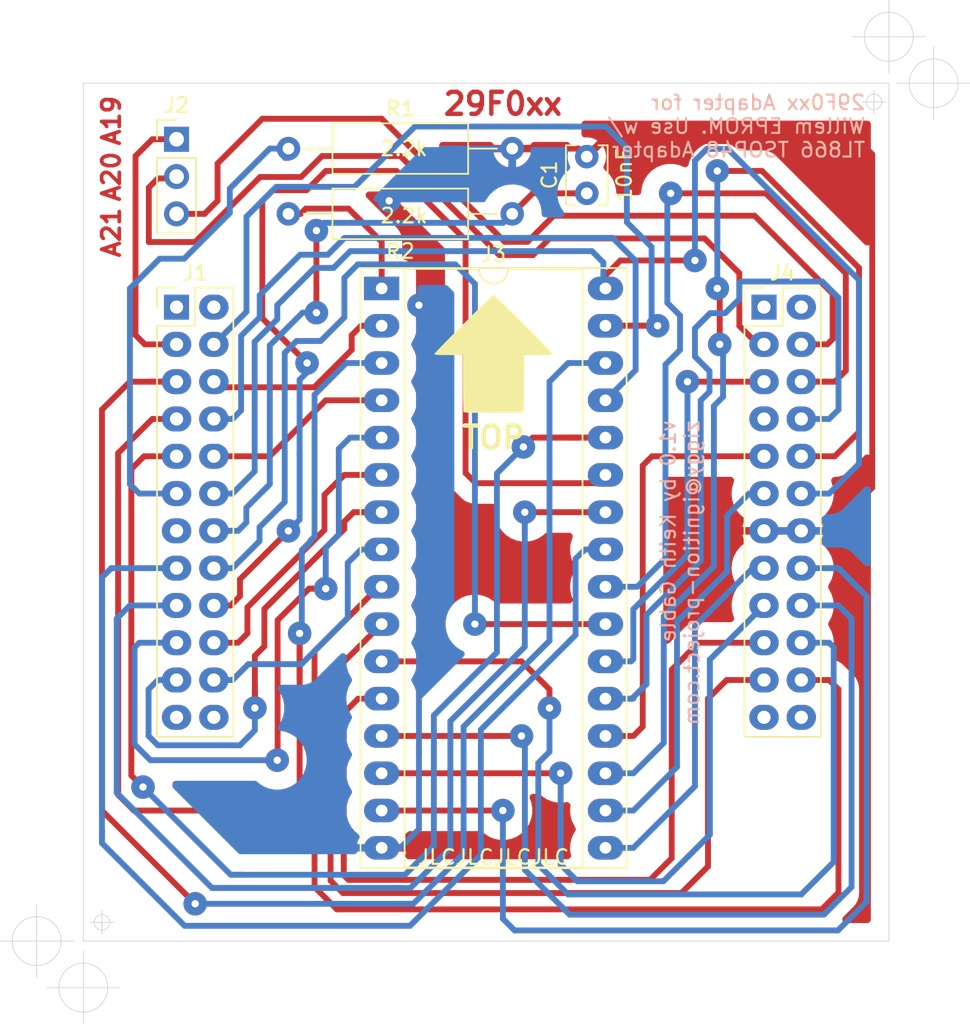
<source format=kicad_pcb>
(kicad_pcb (version 20171130) (host pcbnew "(5.1.7)-1")

  (general
    (thickness 1.6)
    (drawings 18)
    (tracks 529)
    (zones 0)
    (modules 8)
    (nets 38)
  )

  (page USLetter)
  (title_block
    (title "29F0xx Willem EPROM Adapter")
    (date 2020-12-28)
    (rev 1)
    (company "Keith Gable")
    (comment 1 "29F0xx Willem EPROM Adapter using TL866 TSOP48 adapter")
  )

  (layers
    (0 F.Cu signal)
    (31 B.Cu signal)
    (32 B.Adhes user)
    (33 F.Adhes user)
    (34 B.Paste user)
    (35 F.Paste user)
    (36 B.SilkS user)
    (37 F.SilkS user)
    (38 B.Mask user)
    (39 F.Mask user)
    (40 Dwgs.User user)
    (41 Cmts.User user)
    (42 Eco1.User user)
    (43 Eco2.User user)
    (44 Edge.Cuts user)
    (45 Margin user)
    (46 B.CrtYd user)
    (47 F.CrtYd user)
    (48 B.Fab user)
    (49 F.Fab user)
  )

  (setup
    (last_trace_width 0.4)
    (trace_clearance 0.5)
    (zone_clearance 1.2)
    (zone_45_only no)
    (trace_min 0.3)
    (via_size 1.6)
    (via_drill 0.5)
    (via_min_size 0.4)
    (via_min_drill 0.3)
    (uvia_size 0.3)
    (uvia_drill 0.1)
    (uvias_allowed no)
    (uvia_min_size 0.2)
    (uvia_min_drill 0.1)
    (edge_width 0.05)
    (segment_width 0.2)
    (pcb_text_width 0.3)
    (pcb_text_size 1.5 1.5)
    (mod_edge_width 0.12)
    (mod_text_size 1 1)
    (mod_text_width 0.15)
    (pad_size 1.7 1.7)
    (pad_drill 1)
    (pad_to_mask_clearance 0.1)
    (aux_axis_origin 0 0)
    (visible_elements 7FFFFFFF)
    (pcbplotparams
      (layerselection 0x00000_ffffffff)
      (usegerberextensions false)
      (usegerberattributes true)
      (usegerberadvancedattributes true)
      (creategerberjobfile true)
      (excludeedgelayer false)
      (linewidth 0.100000)
      (plotframeref false)
      (viasonmask true)
      (mode 1)
      (useauxorigin false)
      (hpglpennumber 1)
      (hpglpenspeed 20)
      (hpglpendiameter 15.000000)
      (psnegative true)
      (psa4output false)
      (plotreference true)
      (plotvalue true)
      (plotinvisibletext false)
      (padsonsilk true)
      (subtractmaskfromsilk false)
      (outputformat 4)
      (mirror false)
      (drillshape 2)
      (scaleselection 1)
      (outputdirectory "29F0xx-PDF/"))
  )

  (net 0 "")
  (net 1 /A19)
  (net 2 /A21)
  (net 3 /A20)
  (net 4 /GND)
  (net 5 /~RESET)
  (net 6 /A4)
  (net 7 /A5)
  (net 8 /A6)
  (net 9 /A7)
  (net 10 /A12)
  (net 11 /A16)
  (net 12 /D2)
  (net 13 /D1)
  (net 14 /D0)
  (net 15 /A0)
  (net 16 /A1)
  (net 17 /A2)
  (net 18 /A3)
  (net 19 /VPP)
  (net 20 /A10)
  (net 21 /VCC)
  (net 22 /A13)
  (net 23 /A14)
  (net 24 /A15)
  (net 25 /A17)
  (net 26 /A18)
  (net 27 /~OE)
  (net 28 /~CE)
  (net 29 /D7)
  (net 30 /D6)
  (net 31 /D5)
  (net 32 /D4)
  (net 33 /D3)
  (net 34 /~WE)
  (net 35 /A8)
  (net 36 /A9)
  (net 37 /A11)

  (net_class Default "This is the default net class."
    (clearance 0.5)
    (trace_width 0.4)
    (via_dia 1.6)
    (via_drill 0.5)
    (uvia_dia 0.3)
    (uvia_drill 0.1)
    (diff_pair_width 0.4)
    (diff_pair_gap 0.25)
    (add_net /A0)
    (add_net /A1)
    (add_net /A10)
    (add_net /A11)
    (add_net /A12)
    (add_net /A13)
    (add_net /A14)
    (add_net /A15)
    (add_net /A16)
    (add_net /A17)
    (add_net /A18)
    (add_net /A19)
    (add_net /A2)
    (add_net /A20)
    (add_net /A21)
    (add_net /A3)
    (add_net /A4)
    (add_net /A5)
    (add_net /A6)
    (add_net /A7)
    (add_net /A8)
    (add_net /A9)
    (add_net /D0)
    (add_net /D1)
    (add_net /D2)
    (add_net /D3)
    (add_net /D4)
    (add_net /D5)
    (add_net /D6)
    (add_net /D7)
    (add_net /GND)
    (add_net /VCC)
    (add_net /VPP)
    (add_net /~CE)
    (add_net /~OE)
    (add_net /~RESET)
    (add_net /~WE)
  )

  (module Willem:PinHeader_2x12_P2.54mm_Vertical (layer F.Cu) (tedit 5FF00E41) (tstamp 5FEAFF19)
    (at 29.21 36.195)
    (descr "Through hole straight pin header, 2x12, 2.54mm pitch, double rows")
    (tags "Through hole pin header THT 2x12 2.54mm double row")
    (path /5FEB8C13)
    (fp_text reference J1 (at 1.27 -2.33) (layer F.SilkS)
      (effects (font (size 1 1) (thickness 0.15)))
    )
    (fp_text value "TL866 Adapter Left" (at 1.27 30.27) (layer F.Fab)
      (effects (font (size 1 1) (thickness 0.15)))
    )
    (fp_text user %R (at 1.27 13.97 90) (layer F.Fab)
      (effects (font (size 1 1) (thickness 0.15)))
    )
    (fp_line (start 0 -1.27) (end 3.81 -1.27) (layer F.Fab) (width 0.1))
    (fp_line (start 3.81 -1.27) (end 3.81 29.21) (layer F.Fab) (width 0.1))
    (fp_line (start 3.81 29.21) (end -1.27 29.21) (layer F.Fab) (width 0.1))
    (fp_line (start -1.27 29.21) (end -1.27 0) (layer F.Fab) (width 0.1))
    (fp_line (start -1.27 0) (end 0 -1.27) (layer F.Fab) (width 0.1))
    (fp_line (start -1.33 29.27) (end 3.87 29.27) (layer F.SilkS) (width 0.12))
    (fp_line (start -1.33 1.27) (end -1.33 29.27) (layer F.SilkS) (width 0.12))
    (fp_line (start 3.87 -1.33) (end 3.87 29.27) (layer F.SilkS) (width 0.12))
    (fp_line (start -1.33 1.27) (end 1.27 1.27) (layer F.SilkS) (width 0.12))
    (fp_line (start 1.27 1.27) (end 1.27 -1.33) (layer F.SilkS) (width 0.12))
    (fp_line (start 1.27 -1.33) (end 3.87 -1.33) (layer F.SilkS) (width 0.12))
    (fp_line (start -1.33 0) (end -1.33 -1.33) (layer F.SilkS) (width 0.12))
    (fp_line (start -1.33 -1.33) (end 0 -1.33) (layer F.SilkS) (width 0.12))
    (fp_line (start -1.8 -1.8) (end -1.8 29.75) (layer F.CrtYd) (width 0.05))
    (fp_line (start -1.8 29.75) (end 4.35 29.75) (layer F.CrtYd) (width 0.05))
    (fp_line (start 4.35 29.75) (end 4.35 -1.8) (layer F.CrtYd) (width 0.05))
    (fp_line (start 4.35 -1.8) (end -1.8 -1.8) (layer F.CrtYd) (width 0.05))
    (pad 24 thru_hole oval (at 2.54 27.94) (size 2 1.7) (drill oval 0.9) (layers *.Cu *.Mask))
    (pad 23 thru_hole oval (at 0 27.94) (size 2 1.7) (drill oval 0.9) (layers *.Cu *.Mask))
    (pad 22 thru_hole oval (at 2.54 25.4) (size 2 1.7) (drill oval 0.9) (layers *.Cu *.Mask)
      (net 6 /A4))
    (pad 21 thru_hole oval (at 0 25.4) (size 2 1.7) (drill oval 0.9) (layers *.Cu *.Mask)
      (net 7 /A5))
    (pad 20 thru_hole oval (at 2.54 22.86) (size 2 1.7) (drill oval 0.9) (layers *.Cu *.Mask)
      (net 8 /A6))
    (pad 19 thru_hole oval (at 0 22.86) (size 2 1.7) (drill oval 0.9) (layers *.Cu *.Mask)
      (net 9 /A7))
    (pad 18 thru_hole oval (at 2.54 20.32) (size 2 1.7) (drill oval 0.9) (layers *.Cu *.Mask)
      (net 35 /A8))
    (pad 17 thru_hole oval (at 0 20.32) (size 2 1.7) (drill oval 0.9) (layers *.Cu *.Mask)
      (net 36 /A9))
    (pad 16 thru_hole oval (at 2.54 17.78) (size 2 1.7) (drill oval 0.9) (layers *.Cu *.Mask)
      (net 20 /A10))
    (pad 15 thru_hole oval (at 0 17.78) (size 2 1.7) (drill oval 0.9) (layers *.Cu *.Mask)
      (net 37 /A11))
    (pad 14 thru_hole oval (at 2.54 15.24) (size 2 1.7) (drill oval 0.9) (layers *.Cu *.Mask)
      (net 5 /~RESET))
    (pad 13 thru_hole oval (at 0 15.24) (size 2 1.7) (drill oval 0.9) (layers *.Cu *.Mask))
    (pad 12 thru_hole oval (at 2.54 12.7) (size 2 1.7) (drill oval 0.9) (layers *.Cu *.Mask)
      (net 21 /VCC))
    (pad 11 thru_hole oval (at 0 12.7) (size 2 1.7) (drill oval 0.9) (layers *.Cu *.Mask)
      (net 28 /~CE))
    (pad 10 thru_hole oval (at 2.54 10.16) (size 2 1.7) (drill oval 0.9) (layers *.Cu *.Mask)
      (net 10 /A12))
    (pad 9 thru_hole oval (at 0 10.16) (size 2 1.7) (drill oval 0.9) (layers *.Cu *.Mask)
      (net 22 /A13))
    (pad 8 thru_hole oval (at 2.54 7.62) (size 2 1.7) (drill oval 0.9) (layers *.Cu *.Mask)
      (net 23 /A14))
    (pad 7 thru_hole oval (at 0 7.62) (size 2 1.7) (drill oval 0.9) (layers *.Cu *.Mask)
      (net 24 /A15))
    (pad 6 thru_hole oval (at 2.54 5.08) (size 2 1.7) (drill oval 0.9) (layers *.Cu *.Mask)
      (net 11 /A16))
    (pad 5 thru_hole oval (at 0 5.08) (size 2 1.7) (drill oval 0.9) (layers *.Cu *.Mask)
      (net 25 /A17))
    (pad 4 thru_hole oval (at 2.54 2.54) (size 2 1.7) (drill oval 0.9) (layers *.Cu *.Mask)
      (net 26 /A18))
    (pad 3 thru_hole oval (at 0 2.54) (size 2 1.7) (drill oval 0.9) (layers *.Cu *.Mask)
      (net 1 /A19))
    (pad 2 thru_hole oval (at 2.54 0) (size 2 1.7) (drill oval 0.9) (layers *.Cu *.Mask))
    (pad 1 thru_hole rect (at 0 0) (size 1.7 1.7) (drill 0.9) (layers *.Cu *.Mask))
    (model ${KISYS3DMOD}/Connector_PinHeader_2.54mm.3dshapes/PinHeader_2x12_P2.54mm_Vertical.wrl
      (at (xyz 0 0 0))
      (scale (xyz 1 1 1))
      (rotate (xyz 0 0 0))
    )
  )

  (module Willem:PinHeader_2x12_P2.54mm_Vertical_25-48 (layer F.Cu) (tedit 5FF00E2E) (tstamp 5FEAFF9A)
    (at 69.22 36.195)
    (descr "Through hole straight pin header, 2x12, 2.54mm pitch, double rows")
    (tags "Through hole pin header THT 2x12 2.54mm double row")
    (path /5FEBC417)
    (fp_text reference J4 (at 1.27 -2.33) (layer F.SilkS)
      (effects (font (size 1 1) (thickness 0.15)))
    )
    (fp_text value "TL866 Adapter Right" (at 1.27 30.27) (layer F.Fab)
      (effects (font (size 1 1) (thickness 0.15)))
    )
    (fp_text user %R (at 1.27 13.97 90) (layer F.Fab)
      (effects (font (size 1 1) (thickness 0.15)))
    )
    (fp_line (start 4.35 -1.8) (end -1.8 -1.8) (layer F.CrtYd) (width 0.05))
    (fp_line (start 4.35 29.75) (end 4.35 -1.8) (layer F.CrtYd) (width 0.05))
    (fp_line (start -1.8 29.75) (end 4.35 29.75) (layer F.CrtYd) (width 0.05))
    (fp_line (start -1.8 -1.8) (end -1.8 29.75) (layer F.CrtYd) (width 0.05))
    (fp_line (start -1.33 -1.33) (end 0 -1.33) (layer F.SilkS) (width 0.12))
    (fp_line (start -1.33 0) (end -1.33 -1.33) (layer F.SilkS) (width 0.12))
    (fp_line (start 1.27 -1.33) (end 3.87 -1.33) (layer F.SilkS) (width 0.12))
    (fp_line (start 1.27 1.27) (end 1.27 -1.33) (layer F.SilkS) (width 0.12))
    (fp_line (start -1.33 1.27) (end 1.27 1.27) (layer F.SilkS) (width 0.12))
    (fp_line (start 3.87 -1.33) (end 3.87 29.27) (layer F.SilkS) (width 0.12))
    (fp_line (start -1.33 1.27) (end -1.33 29.27) (layer F.SilkS) (width 0.12))
    (fp_line (start -1.33 29.27) (end 3.87 29.27) (layer F.SilkS) (width 0.12))
    (fp_line (start -1.27 0) (end 0 -1.27) (layer F.Fab) (width 0.1))
    (fp_line (start -1.27 29.21) (end -1.27 0) (layer F.Fab) (width 0.1))
    (fp_line (start 3.81 29.21) (end -1.27 29.21) (layer F.Fab) (width 0.1))
    (fp_line (start 3.81 -1.27) (end 3.81 29.21) (layer F.Fab) (width 0.1))
    (fp_line (start 0 -1.27) (end 3.81 -1.27) (layer F.Fab) (width 0.1))
    (pad 25 thru_hole oval (at 2.54 27.94) (size 2 1.7) (drill oval 0.9) (layers *.Cu *.Mask))
    (pad 26 thru_hole oval (at 0 27.94) (size 2 1.7) (drill oval 0.9) (layers *.Cu *.Mask))
    (pad 27 thru_hole oval (at 2.54 25.4) (size 2 1.7) (drill oval 0.9) (layers *.Cu *.Mask)
      (net 18 /A3))
    (pad 28 thru_hole oval (at 0 25.4) (size 2 1.7) (drill oval 0.9) (layers *.Cu *.Mask)
      (net 17 /A2))
    (pad 29 thru_hole oval (at 2.54 22.86) (size 2 1.7) (drill oval 0.9) (layers *.Cu *.Mask)
      (net 16 /A1))
    (pad 30 thru_hole oval (at 0 22.86) (size 2 1.7) (drill oval 0.9) (layers *.Cu *.Mask)
      (net 15 /A0))
    (pad 31 thru_hole oval (at 2.54 20.32) (size 2 1.7) (drill oval 0.9) (layers *.Cu *.Mask)
      (net 14 /D0))
    (pad 32 thru_hole oval (at 0 20.32) (size 2 1.7) (drill oval 0.9) (layers *.Cu *.Mask)
      (net 13 /D1))
    (pad 33 thru_hole oval (at 2.54 17.78) (size 2 1.7) (drill oval 0.9) (layers *.Cu *.Mask)
      (net 12 /D2))
    (pad 34 thru_hole oval (at 0 17.78) (size 2 1.7) (drill oval 0.9) (layers *.Cu *.Mask)
      (net 33 /D3))
    (pad 35 thru_hole oval (at 2.54 15.24) (size 2 1.7) (drill oval 0.9) (layers *.Cu *.Mask)
      (net 4 /GND))
    (pad 36 thru_hole oval (at 0 15.24) (size 2 1.7) (drill oval 0.9) (layers *.Cu *.Mask)
      (net 4 /GND))
    (pad 37 thru_hole oval (at 2.54 12.7) (size 2 1.7) (drill oval 0.9) (layers *.Cu *.Mask)
      (net 21 /VCC))
    (pad 38 thru_hole oval (at 0 12.7) (size 2 1.7) (drill oval 0.9) (layers *.Cu *.Mask)
      (net 32 /D4))
    (pad 39 thru_hole oval (at 2.54 10.16) (size 2 1.7) (drill oval 0.9) (layers *.Cu *.Mask)
      (net 31 /D5))
    (pad 40 thru_hole oval (at 0 10.16) (size 2 1.7) (drill oval 0.9) (layers *.Cu *.Mask)
      (net 30 /D6))
    (pad 41 thru_hole oval (at 2.54 7.62) (size 2 1.7) (drill oval 0.9) (layers *.Cu *.Mask)
      (net 29 /D7))
    (pad 42 thru_hole oval (at 0 7.62) (size 2 1.7) (drill oval 0.9) (layers *.Cu *.Mask))
    (pad 43 thru_hole oval (at 2.54 5.08) (size 2 1.7) (drill oval 0.9) (layers *.Cu *.Mask)
      (net 27 /~OE))
    (pad 44 thru_hole oval (at 0 5.08) (size 2 1.7) (drill oval 0.9) (layers *.Cu *.Mask)
      (net 34 /~WE))
    (pad 45 thru_hole oval (at 2.54 2.54) (size 2 1.7) (drill oval 0.9) (layers *.Cu *.Mask)
      (net 2 /A21))
    (pad 46 thru_hole oval (at 0 2.54) (size 2 1.7) (drill oval 0.9) (layers *.Cu *.Mask)
      (net 3 /A20))
    (pad 47 thru_hole oval (at 2.54 0) (size 2 1.7) (drill 0.9) (layers *.Cu *.Mask))
    (pad 48 thru_hole rect (at 0 0) (size 1.7 1.7) (drill 0.9) (layers *.Cu *.Mask))
    (model ${KISYS3DMOD}/Connector_PinHeader_2.54mm.3dshapes/PinHeader_2x12_P2.54mm_Vertical.wrl
      (at (xyz 0 0 0))
      (scale (xyz 1 1 1))
      (rotate (xyz 0 0 0))
    )
  )

  (module Willem:Symbol_Arrow_FSilk_8mm (layer F.Cu) (tedit 0) (tstamp 5FEB210E)
    (at 50.8 39.37)
    (fp_text reference G*** (at 0 0) (layer F.SilkS) hide
      (effects (font (size 1.524 1.524) (thickness 0.3)))
    )
    (fp_text value LOGO (at 0.75 0) (layer F.SilkS) hide
      (effects (font (size 1.524 1.524) (thickness 0.3)))
    )
    (fp_poly (pts (xy 0.028706 -3.997053) (xy 0.098467 -3.93395) (xy 0.206054 -3.83263) (xy 0.348242 -3.696248)
      (xy 0.521801 -3.527956) (xy 0.723505 -3.330906) (xy 0.950127 -3.108252) (xy 1.198439 -2.863146)
      (xy 1.465213 -2.598741) (xy 1.747222 -2.31819) (xy 2.036218 -2.029666) (xy 2.405202 -1.660193)
      (xy 2.731092 -1.332864) (xy 3.015639 -1.045868) (xy 3.260591 -0.797392) (xy 3.467697 -0.585624)
      (xy 3.638708 -0.408752) (xy 3.775371 -0.264963) (xy 3.879437 -0.152447) (xy 3.952654 -0.069389)
      (xy 3.996771 -0.013979) (xy 4.013539 0.015596) (xy 4.013703 0.018974) (xy 4.00773 0.035751)
      (xy 3.992581 0.049139) (xy 3.96166 0.059597) (xy 3.908371 0.067583) (xy 3.826118 0.073555)
      (xy 3.708305 0.07797) (xy 3.548335 0.081288) (xy 3.339613 0.083967) (xy 3.075543 0.086463)
      (xy 3.03722 0.086795) (xy 2.072188 0.095098) (xy 2.072188 2.019267) (xy 2.071881 2.440344)
      (xy 2.070916 2.802134) (xy 2.069224 3.108139) (xy 2.06674 3.361863) (xy 2.063395 3.566808)
      (xy 2.059122 3.726478) (xy 2.053854 3.844376) (xy 2.047524 3.924005) (xy 2.040065 3.968868)
      (xy 2.034512 3.981113) (xy 2.010874 3.989195) (xy 1.955 3.996149) (xy 1.863444 4.002038)
      (xy 1.732761 4.006925) (xy 1.559508 4.010875) (xy 1.340238 4.01395) (xy 1.071506 4.016215)
      (xy 0.749869 4.017734) (xy 0.37188 4.018569) (xy -0.005175 4.018789) (xy -0.409067 4.018738)
      (xy -0.754778 4.018495) (xy -1.046917 4.017921) (xy -1.290097 4.016879) (xy -1.488929 4.015231)
      (xy -1.648024 4.01284) (xy -1.771993 4.009568) (xy -1.865449 4.005276) (xy -1.933001 3.999829)
      (xy -1.979262 3.993088) (xy -2.008843 3.984914) (xy -2.026355 3.975172) (xy -2.03641 3.963723)
      (xy -2.039686 3.958059) (xy -2.04743 3.911353) (xy -2.054144 3.802534) (xy -2.059815 3.632273)
      (xy -2.064434 3.401244) (xy -2.067989 3.110119) (xy -2.070469 2.759568) (xy -2.071862 2.350265)
      (xy -2.072188 1.996214) (xy -2.072188 0.095098) (xy -3.037219 0.086795) (xy -3.308887 0.084288)
      (xy -3.524359 0.081659) (xy -3.69023 0.078449) (xy -3.813096 0.0742) (xy -3.899553 0.068454)
      (xy -3.956198 0.060753) (xy -3.989627 0.050639) (xy -4.006435 0.037653) (xy -4.013218 0.021338)
      (xy -4.013703 0.018974) (xy -4.003067 -0.004832) (xy -3.965489 -0.05405) (xy -3.89922 -0.130493)
      (xy -3.802511 -0.235972) (xy -3.673612 -0.372299) (xy -3.510774 -0.541288) (xy -3.312249 -0.744749)
      (xy -3.076286 -0.984496) (xy -2.801137 -1.26234) (xy -2.485052 -1.580094) (xy -2.126283 -1.939569)
      (xy -2.036217 -2.029666) (xy -1.742376 -2.323019) (xy -1.460596 -2.603325) (xy -1.194105 -2.867432)
      (xy -0.946131 -3.112187) (xy -0.719902 -3.334437) (xy -0.518644 -3.531029) (xy -0.345584 -3.698812)
      (xy -0.203952 -3.834631) (xy -0.096973 -3.935334) (xy -0.027876 -3.997769) (xy 0 -4.018788)
      (xy 0.028706 -3.997053)) (layer F.SilkS) (width 0.01))
  )

  (module Resistor_THT:R_Axial_DIN0309_L9.0mm_D3.2mm_P15.24mm_Horizontal (layer F.Cu) (tedit 5AE5139B) (tstamp 5FEAFFC8)
    (at 36.83 29.845)
    (descr "Resistor, Axial_DIN0309 series, Axial, Horizontal, pin pitch=15.24mm, 0.5W = 1/2W, length*diameter=9*3.2mm^2, http://cdn-reichelt.de/documents/datenblatt/B400/1_4W%23YAG.pdf")
    (tags "Resistor Axial_DIN0309 series Axial Horizontal pin pitch 15.24mm 0.5W = 1/2W length 9mm diameter 3.2mm")
    (path /5FEC055C)
    (fp_text reference R2 (at 7.62 2.54) (layer F.SilkS)
      (effects (font (size 1 1) (thickness 0.15)))
    )
    (fp_text value 2.2k (at 7.874 0.127) (layer F.SilkS)
      (effects (font (size 1 1) (thickness 0.15)))
    )
    (fp_line (start 16.29 -1.85) (end -1.05 -1.85) (layer F.CrtYd) (width 0.05))
    (fp_line (start 16.29 1.85) (end 16.29 -1.85) (layer F.CrtYd) (width 0.05))
    (fp_line (start -1.05 1.85) (end 16.29 1.85) (layer F.CrtYd) (width 0.05))
    (fp_line (start -1.05 -1.85) (end -1.05 1.85) (layer F.CrtYd) (width 0.05))
    (fp_line (start 14.2 0) (end 12.24 0) (layer F.SilkS) (width 0.12))
    (fp_line (start 1.04 0) (end 3 0) (layer F.SilkS) (width 0.12))
    (fp_line (start 12.24 -1.72) (end 3 -1.72) (layer F.SilkS) (width 0.12))
    (fp_line (start 12.24 1.72) (end 12.24 -1.72) (layer F.SilkS) (width 0.12))
    (fp_line (start 3 1.72) (end 12.24 1.72) (layer F.SilkS) (width 0.12))
    (fp_line (start 3 -1.72) (end 3 1.72) (layer F.SilkS) (width 0.12))
    (fp_line (start 15.24 0) (end 12.12 0) (layer F.Fab) (width 0.1))
    (fp_line (start 0 0) (end 3.12 0) (layer F.Fab) (width 0.1))
    (fp_line (start 12.12 -1.6) (end 3.12 -1.6) (layer F.Fab) (width 0.1))
    (fp_line (start 12.12 1.6) (end 12.12 -1.6) (layer F.Fab) (width 0.1))
    (fp_line (start 3.12 1.6) (end 12.12 1.6) (layer F.Fab) (width 0.1))
    (fp_line (start 3.12 -1.6) (end 3.12 1.6) (layer F.Fab) (width 0.1))
    (fp_text user %R (at 4.445 -0.635) (layer F.Fab)
      (effects (font (size 1 1) (thickness 0.15)))
    )
    (pad 2 thru_hole oval (at 15.24 0) (size 1.6 1.6) (drill 0.8) (layers *.Cu *.Mask)
      (net 5 /~RESET))
    (pad 1 thru_hole circle (at 0 0) (size 1.6 1.6) (drill 0.8) (layers *.Cu *.Mask)
      (net 19 /VPP))
    (model ${KISYS3DMOD}/Resistor_THT.3dshapes/R_Axial_DIN0309_L9.0mm_D3.2mm_P15.24mm_Horizontal.wrl
      (at (xyz 0 0 0))
      (scale (xyz 1 1 1))
      (rotate (xyz 0 0 0))
    )
  )

  (module Resistor_THT:R_Axial_DIN0309_L9.0mm_D3.2mm_P15.24mm_Horizontal (layer F.Cu) (tedit 5AE5139B) (tstamp 5FEAFFB1)
    (at 36.83 25.4)
    (descr "Resistor, Axial_DIN0309 series, Axial, Horizontal, pin pitch=15.24mm, 0.5W = 1/2W, length*diameter=9*3.2mm^2, http://cdn-reichelt.de/documents/datenblatt/B400/1_4W%23YAG.pdf")
    (tags "Resistor Axial_DIN0309 series Axial Horizontal pin pitch 15.24mm 0.5W = 1/2W length 9mm diameter 3.2mm")
    (path /5FEC3095)
    (fp_text reference R1 (at 7.62 -2.72) (layer F.SilkS)
      (effects (font (size 1 1) (thickness 0.15)))
    )
    (fp_text value 2.2k (at 7.874 0) (layer F.SilkS)
      (effects (font (size 1 1) (thickness 0.15)))
    )
    (fp_line (start 16.29 -1.85) (end -1.05 -1.85) (layer F.CrtYd) (width 0.05))
    (fp_line (start 16.29 1.85) (end 16.29 -1.85) (layer F.CrtYd) (width 0.05))
    (fp_line (start -1.05 1.85) (end 16.29 1.85) (layer F.CrtYd) (width 0.05))
    (fp_line (start -1.05 -1.85) (end -1.05 1.85) (layer F.CrtYd) (width 0.05))
    (fp_line (start 14.2 0) (end 12.24 0) (layer F.SilkS) (width 0.12))
    (fp_line (start 1.04 0) (end 3 0) (layer F.SilkS) (width 0.12))
    (fp_line (start 12.24 -1.72) (end 3 -1.72) (layer F.SilkS) (width 0.12))
    (fp_line (start 12.24 1.72) (end 12.24 -1.72) (layer F.SilkS) (width 0.12))
    (fp_line (start 3 1.72) (end 12.24 1.72) (layer F.SilkS) (width 0.12))
    (fp_line (start 3 -1.72) (end 3 1.72) (layer F.SilkS) (width 0.12))
    (fp_line (start 15.24 0) (end 12.12 0) (layer F.Fab) (width 0.1))
    (fp_line (start 0 0) (end 3.12 0) (layer F.Fab) (width 0.1))
    (fp_line (start 12.12 -1.6) (end 3.12 -1.6) (layer F.Fab) (width 0.1))
    (fp_line (start 12.12 1.6) (end 12.12 -1.6) (layer F.Fab) (width 0.1))
    (fp_line (start 3.12 1.6) (end 12.12 1.6) (layer F.Fab) (width 0.1))
    (fp_line (start 3.12 -1.6) (end 3.12 1.6) (layer F.Fab) (width 0.1))
    (fp_text user %R (at 4.445 -0.635) (layer F.Fab)
      (effects (font (size 1 1) (thickness 0.15)))
    )
    (pad 2 thru_hole oval (at 15.24 0) (size 1.6 1.6) (drill 0.8) (layers *.Cu *.Mask)
      (net 4 /GND))
    (pad 1 thru_hole circle (at 0 0) (size 1.6 1.6) (drill 0.8) (layers *.Cu *.Mask)
      (net 28 /~CE))
    (model ${KISYS3DMOD}/Resistor_THT.3dshapes/R_Axial_DIN0309_L9.0mm_D3.2mm_P15.24mm_Horizontal.wrl
      (at (xyz 0 0 0))
      (scale (xyz 1 1 1))
      (rotate (xyz 0 0 0))
    )
  )

  (module Package_DIP:DIP-32_W15.24mm_Socket_LongPads (layer F.Cu) (tedit 5A02E8C5) (tstamp 5FEAFF6C)
    (at 43.18 34.925)
    (descr "32-lead though-hole mounted DIP package, row spacing 15.24 mm (600 mils), Socket, LongPads")
    (tags "THT DIP DIL PDIP 2.54mm 15.24mm 600mil Socket LongPads")
    (path /5FEB5BDB)
    (fp_text reference J3 (at 7.62 -2.33) (layer F.SilkS)
      (effects (font (size 1 1) (thickness 0.15)))
    )
    (fp_text value Willem_ZIF_DIP32 (at 7.62 40.43) (layer F.Fab)
      (effects (font (size 1 1) (thickness 0.15)))
    )
    (fp_line (start 16.8 -1.6) (end -1.55 -1.6) (layer F.CrtYd) (width 0.05))
    (fp_line (start 16.8 39.7) (end 16.8 -1.6) (layer F.CrtYd) (width 0.05))
    (fp_line (start -1.55 39.7) (end 16.8 39.7) (layer F.CrtYd) (width 0.05))
    (fp_line (start -1.55 -1.6) (end -1.55 39.7) (layer F.CrtYd) (width 0.05))
    (fp_line (start 16.68 -1.39) (end -1.44 -1.39) (layer F.SilkS) (width 0.12))
    (fp_line (start 16.68 39.49) (end 16.68 -1.39) (layer F.SilkS) (width 0.12))
    (fp_line (start -1.44 39.49) (end 16.68 39.49) (layer F.SilkS) (width 0.12))
    (fp_line (start -1.44 -1.39) (end -1.44 39.49) (layer F.SilkS) (width 0.12))
    (fp_line (start 13.68 -1.33) (end 8.62 -1.33) (layer F.SilkS) (width 0.12))
    (fp_line (start 13.68 39.43) (end 13.68 -1.33) (layer F.SilkS) (width 0.12))
    (fp_line (start 1.56 39.43) (end 13.68 39.43) (layer F.SilkS) (width 0.12))
    (fp_line (start 1.56 -1.33) (end 1.56 39.43) (layer F.SilkS) (width 0.12))
    (fp_line (start 6.62 -1.33) (end 1.56 -1.33) (layer F.SilkS) (width 0.12))
    (fp_line (start 16.51 -1.33) (end -1.27 -1.33) (layer F.Fab) (width 0.1))
    (fp_line (start 16.51 39.43) (end 16.51 -1.33) (layer F.Fab) (width 0.1))
    (fp_line (start -1.27 39.43) (end 16.51 39.43) (layer F.Fab) (width 0.1))
    (fp_line (start -1.27 -1.33) (end -1.27 39.43) (layer F.Fab) (width 0.1))
    (fp_line (start 0.255 -0.27) (end 1.255 -1.27) (layer F.Fab) (width 0.1))
    (fp_line (start 0.255 39.37) (end 0.255 -0.27) (layer F.Fab) (width 0.1))
    (fp_line (start 14.985 39.37) (end 0.255 39.37) (layer F.Fab) (width 0.1))
    (fp_line (start 14.985 -1.27) (end 14.985 39.37) (layer F.Fab) (width 0.1))
    (fp_line (start 1.255 -1.27) (end 14.985 -1.27) (layer F.Fab) (width 0.1))
    (fp_text user %R (at 7.62 19.05) (layer F.Fab)
      (effects (font (size 1 1) (thickness 0.15)))
    )
    (fp_arc (start 7.62 -1.33) (end 6.62 -1.33) (angle -180) (layer F.SilkS) (width 0.12))
    (pad 32 thru_hole oval (at 15.24 0) (size 2.4 1.6) (drill 0.8) (layers *.Cu *.Mask)
      (net 21 /VCC))
    (pad 16 thru_hole oval (at 0 38.1) (size 2.4 1.6) (drill 0.8) (layers *.Cu *.Mask)
      (net 4 /GND))
    (pad 31 thru_hole oval (at 15.24 2.54) (size 2.4 1.6) (drill 0.8) (layers *.Cu *.Mask)
      (net 26 /A18))
    (pad 15 thru_hole oval (at 0 35.56) (size 2.4 1.6) (drill 0.8) (layers *.Cu *.Mask)
      (net 12 /D2))
    (pad 30 thru_hole oval (at 15.24 5.08) (size 2.4 1.6) (drill 0.8) (layers *.Cu *.Mask)
      (net 25 /A17))
    (pad 14 thru_hole oval (at 0 33.02) (size 2.4 1.6) (drill 0.8) (layers *.Cu *.Mask)
      (net 13 /D1))
    (pad 29 thru_hole oval (at 15.24 7.62) (size 2.4 1.6) (drill 0.8) (layers *.Cu *.Mask)
      (net 23 /A14))
    (pad 13 thru_hole oval (at 0 30.48) (size 2.4 1.6) (drill 0.8) (layers *.Cu *.Mask)
      (net 14 /D0))
    (pad 28 thru_hole oval (at 15.24 10.16) (size 2.4 1.6) (drill 0.8) (layers *.Cu *.Mask)
      (net 22 /A13))
    (pad 12 thru_hole oval (at 0 27.94) (size 2.4 1.6) (drill 0.8) (layers *.Cu *.Mask)
      (net 15 /A0))
    (pad 27 thru_hole oval (at 15.24 12.7) (size 2.4 1.6) (drill 0.8) (layers *.Cu *.Mask)
      (net 35 /A8))
    (pad 11 thru_hole oval (at 0 25.4) (size 2.4 1.6) (drill 0.8) (layers *.Cu *.Mask)
      (net 16 /A1))
    (pad 26 thru_hole oval (at 15.24 15.24) (size 2.4 1.6) (drill 0.8) (layers *.Cu *.Mask)
      (net 36 /A9))
    (pad 10 thru_hole oval (at 0 22.86) (size 2.4 1.6) (drill 0.8) (layers *.Cu *.Mask)
      (net 17 /A2))
    (pad 25 thru_hole oval (at 15.24 17.78) (size 2.4 1.6) (drill 0.8) (layers *.Cu *.Mask)
      (net 37 /A11))
    (pad 9 thru_hole oval (at 0 20.32) (size 2.4 1.6) (drill 0.8) (layers *.Cu *.Mask)
      (net 18 /A3))
    (pad 24 thru_hole oval (at 15.24 20.32) (size 2.4 1.6) (drill 0.8) (layers *.Cu *.Mask)
      (net 27 /~OE))
    (pad 8 thru_hole oval (at 0 17.78) (size 2.4 1.6) (drill 0.8) (layers *.Cu *.Mask)
      (net 6 /A4))
    (pad 23 thru_hole oval (at 15.24 22.86) (size 2.4 1.6) (drill 0.8) (layers *.Cu *.Mask)
      (net 20 /A10))
    (pad 7 thru_hole oval (at 0 15.24) (size 2.4 1.6) (drill 0.8) (layers *.Cu *.Mask)
      (net 7 /A5))
    (pad 22 thru_hole oval (at 15.24 25.4) (size 2.4 1.6) (drill 0.8) (layers *.Cu *.Mask)
      (net 34 /~WE))
    (pad 6 thru_hole oval (at 0 12.7) (size 2.4 1.6) (drill 0.8) (layers *.Cu *.Mask)
      (net 8 /A6))
    (pad 21 thru_hole oval (at 15.24 27.94) (size 2.4 1.6) (drill 0.8) (layers *.Cu *.Mask)
      (net 29 /D7))
    (pad 5 thru_hole oval (at 0 10.16) (size 2.4 1.6) (drill 0.8) (layers *.Cu *.Mask)
      (net 9 /A7))
    (pad 20 thru_hole oval (at 15.24 30.48) (size 2.4 1.6) (drill 0.8) (layers *.Cu *.Mask)
      (net 30 /D6))
    (pad 4 thru_hole oval (at 0 7.62) (size 2.4 1.6) (drill 0.8) (layers *.Cu *.Mask)
      (net 10 /A12))
    (pad 19 thru_hole oval (at 15.24 33.02) (size 2.4 1.6) (drill 0.8) (layers *.Cu *.Mask)
      (net 31 /D5))
    (pad 3 thru_hole oval (at 0 5.08) (size 2.4 1.6) (drill 0.8) (layers *.Cu *.Mask)
      (net 24 /A15))
    (pad 18 thru_hole oval (at 15.24 35.56) (size 2.4 1.6) (drill 0.8) (layers *.Cu *.Mask)
      (net 32 /D4))
    (pad 2 thru_hole oval (at 0 2.54) (size 2.4 1.6) (drill 0.8) (layers *.Cu *.Mask)
      (net 11 /A16))
    (pad 17 thru_hole oval (at 15.24 38.1) (size 2.4 1.6) (drill 0.8) (layers *.Cu *.Mask)
      (net 33 /D3))
    (pad 1 thru_hole rect (at 0 0) (size 2.4 1.6) (drill 0.8) (layers *.Cu *.Mask)
      (net 19 /VPP))
    (model ${KISYS3DMOD}/Package_DIP.3dshapes/DIP-32_W15.24mm_Socket.wrl
      (at (xyz 0 0 0))
      (scale (xyz 1 1 1))
      (rotate (xyz 0 0 0))
    )
  )

  (module Connector_PinHeader_2.54mm:PinHeader_1x03_P2.54mm_Vertical (layer F.Cu) (tedit 59FED5CC) (tstamp 5FEAFF30)
    (at 29.21 24.765)
    (descr "Through hole straight pin header, 1x03, 2.54mm pitch, single row")
    (tags "Through hole pin header THT 1x03 2.54mm single row")
    (path /5FEBE932)
    (fp_text reference J2 (at 0 -2.33) (layer F.SilkS)
      (effects (font (size 1 1) (thickness 0.15)))
    )
    (fp_text value "Extra Pins" (at 0 7.41) (layer F.Fab)
      (effects (font (size 1 1) (thickness 0.15)))
    )
    (fp_line (start 1.8 -1.8) (end -1.8 -1.8) (layer F.CrtYd) (width 0.05))
    (fp_line (start 1.8 6.85) (end 1.8 -1.8) (layer F.CrtYd) (width 0.05))
    (fp_line (start -1.8 6.85) (end 1.8 6.85) (layer F.CrtYd) (width 0.05))
    (fp_line (start -1.8 -1.8) (end -1.8 6.85) (layer F.CrtYd) (width 0.05))
    (fp_line (start -1.33 -1.33) (end 0 -1.33) (layer F.SilkS) (width 0.12))
    (fp_line (start -1.33 0) (end -1.33 -1.33) (layer F.SilkS) (width 0.12))
    (fp_line (start -1.33 1.27) (end 1.33 1.27) (layer F.SilkS) (width 0.12))
    (fp_line (start 1.33 1.27) (end 1.33 6.41) (layer F.SilkS) (width 0.12))
    (fp_line (start -1.33 1.27) (end -1.33 6.41) (layer F.SilkS) (width 0.12))
    (fp_line (start -1.33 6.41) (end 1.33 6.41) (layer F.SilkS) (width 0.12))
    (fp_line (start -1.27 -0.635) (end -0.635 -1.27) (layer F.Fab) (width 0.1))
    (fp_line (start -1.27 6.35) (end -1.27 -0.635) (layer F.Fab) (width 0.1))
    (fp_line (start 1.27 6.35) (end -1.27 6.35) (layer F.Fab) (width 0.1))
    (fp_line (start 1.27 -1.27) (end 1.27 6.35) (layer F.Fab) (width 0.1))
    (fp_line (start -0.635 -1.27) (end 1.27 -1.27) (layer F.Fab) (width 0.1))
    (fp_text user %R (at 0 2.54 90) (layer F.Fab)
      (effects (font (size 1 1) (thickness 0.15)))
    )
    (pad 3 thru_hole oval (at 0 5.08) (size 1.7 1.7) (drill 1) (layers *.Cu *.Mask)
      (net 2 /A21))
    (pad 2 thru_hole oval (at 0 2.54) (size 1.7 1.7) (drill 1) (layers *.Cu *.Mask)
      (net 3 /A20))
    (pad 1 thru_hole rect (at 0 0) (size 1.7 1.7) (drill 1) (layers *.Cu *.Mask)
      (net 1 /A19))
    (model ${KISYS3DMOD}/Connector_PinHeader_2.54mm.3dshapes/PinHeader_1x03_P2.54mm_Vertical.wrl
      (at (xyz 0 0 0))
      (scale (xyz 1 1 1))
      (rotate (xyz 0 0 0))
    )
  )

  (module Capacitor_THT:C_Disc_D3.8mm_W2.6mm_P2.50mm (layer F.Cu) (tedit 5AE50EF0) (tstamp 5FEAFEEB)
    (at 57.15 28.448 90)
    (descr "C, Disc series, Radial, pin pitch=2.50mm, , diameter*width=3.8*2.6mm^2, Capacitor, http://www.vishay.com/docs/45233/krseries.pdf")
    (tags "C Disc series Radial pin pitch 2.50mm  diameter 3.8mm width 2.6mm Capacitor")
    (path /5FEC46B6)
    (fp_text reference C1 (at 1.25 -2.55 90) (layer F.SilkS)
      (effects (font (size 1 1) (thickness 0.15)))
    )
    (fp_text value 10nF (at 1.25 2.55 90) (layer F.SilkS)
      (effects (font (size 1 1) (thickness 0.15)))
    )
    (fp_line (start 3.55 -1.55) (end -1.05 -1.55) (layer F.CrtYd) (width 0.05))
    (fp_line (start 3.55 1.55) (end 3.55 -1.55) (layer F.CrtYd) (width 0.05))
    (fp_line (start -1.05 1.55) (end 3.55 1.55) (layer F.CrtYd) (width 0.05))
    (fp_line (start -1.05 -1.55) (end -1.05 1.55) (layer F.CrtYd) (width 0.05))
    (fp_line (start 3.27 0.795) (end 3.27 1.42) (layer F.SilkS) (width 0.12))
    (fp_line (start 3.27 -1.42) (end 3.27 -0.795) (layer F.SilkS) (width 0.12))
    (fp_line (start -0.77 0.795) (end -0.77 1.42) (layer F.SilkS) (width 0.12))
    (fp_line (start -0.77 -1.42) (end -0.77 -0.795) (layer F.SilkS) (width 0.12))
    (fp_line (start -0.77 1.42) (end 3.27 1.42) (layer F.SilkS) (width 0.12))
    (fp_line (start -0.77 -1.42) (end 3.27 -1.42) (layer F.SilkS) (width 0.12))
    (fp_line (start 3.15 -1.3) (end -0.65 -1.3) (layer F.Fab) (width 0.1))
    (fp_line (start 3.15 1.3) (end 3.15 -1.3) (layer F.Fab) (width 0.1))
    (fp_line (start -0.65 1.3) (end 3.15 1.3) (layer F.Fab) (width 0.1))
    (fp_line (start -0.65 -1.3) (end -0.65 1.3) (layer F.Fab) (width 0.1))
    (fp_text user %R (at 1.25 0 90) (layer F.Fab)
      (effects (font (size 0.76 0.76) (thickness 0.114)))
    )
    (pad 2 thru_hole circle (at 2.5 0 90) (size 1.6 1.6) (drill 0.8) (layers *.Cu *.Mask)
      (net 4 /GND))
    (pad 1 thru_hole circle (at 0 0 90) (size 1.6 1.6) (drill 0.8) (layers *.Cu *.Mask)
      (net 5 /~RESET))
    (model ${KISYS3DMOD}/Capacitor_THT.3dshapes/C_Disc_D3.8mm_W2.6mm_P2.50mm.wrl
      (at (xyz 0 0 0))
      (scale (xyz 1 1 1))
      (rotate (xyz 0 0 0))
    )
  )

  (gr_text 29F0xx (at 51.435 22.352) (layer F.Cu) (tstamp 5FF11741)
    (effects (font (size 1.5 1.5) (thickness 0.3)))
  )
  (target plus (at 24.13 78.105) (size 1.5875) (width 0.05) (layer Edge.Cuts))
  (target plus (at 76.708 22.225) (size 1.5875) (width 0.05) (layer Edge.Cuts))
  (target plus (at 22.86 82.55) (size 5) (width 0.05) (layer Edge.Cuts) (tstamp 5FF109BB))
  (target plus (at 19.685 79.375) (size 5) (width 0.05) (layer Edge.Cuts) (tstamp 5FF109BA))
  (target plus (at 77.724 17.78) (size 5) (width 0.05) (layer Edge.Cuts) (tstamp 5FF109B9))
  (target plus (at 80.772 20.955) (size 5) (width 0.05) (layer Edge.Cuts))
  (gr_text A20 (at 24.765 27.305 90) (layer F.Cu)
    (effects (font (size 1.2 1.2) (thickness 0.25)))
  )
  (gr_text "v1.0 by Keith Gable\nziggy@ignition-project.com" (at 63.5 43.815 90) (layer B.SilkS)
    (effects (font (size 1 1) (thickness 0.15)) (justify left mirror))
  )
  (gr_text "29F0xx Adapter for\nWillem EPROM. Use w/\nTL866 TSOP48 Adapter" (at 76.2 23.876) (layer B.SilkS)
    (effects (font (size 1 1) (thickness 0.15)) (justify left mirror))
  )
  (gr_text TOP (at 50.8 45.085) (layer F.SilkS)
    (effects (font (size 1.5 1.5) (thickness 0.3)))
  )
  (gr_text JLCJLCJLCJLC (at 50.8 73.66) (layer F.SilkS)
    (effects (font (size 1 1) (thickness 0.15)))
  )
  (gr_text A21 (at 24.765 31.115 90) (layer F.Cu)
    (effects (font (size 1.2 1.2) (thickness 0.25)))
  )
  (gr_text A19 (at 24.765 23.495 90) (layer F.Cu)
    (effects (font (size 1.2 1.2) (thickness 0.25)))
  )
  (gr_line (start 22.86 20.955) (end 77.724 20.955) (layer Edge.Cuts) (width 0.05))
  (gr_line (start 22.86 20.955) (end 22.86 79.375) (layer Edge.Cuts) (width 0.05) (tstamp 5FEB016B))
  (gr_line (start 77.724 79.375) (end 77.724 20.955) (layer Edge.Cuts) (width 0.05))
  (gr_line (start 22.86 79.375) (end 77.724 79.375) (layer Edge.Cuts) (width 0.05))

  (segment (start 27.559 24.765) (end 29.21 24.765) (width 0.4) (layer F.Cu) (net 1))
  (segment (start 26.416 25.908) (end 27.559 24.765) (width 0.4) (layer F.Cu) (net 1))
  (segment (start 26.416 38.1) (end 26.416 25.908) (width 0.4) (layer F.Cu) (net 1))
  (segment (start 27.051 38.735) (end 26.416 38.1) (width 0.4) (layer F.Cu) (net 1))
  (segment (start 29.21 38.735) (end 27.051 38.735) (width 0.4) (layer F.Cu) (net 1))
  (segment (start 73.89198 35.28398) (end 73.89198 38.37602) (width 0.4) (layer F.Cu) (net 2))
  (segment (start 73.89198 38.37602) (end 73.533 38.735) (width 0.4) (layer F.Cu) (net 2))
  (segment (start 68.58 29.972) (end 73.89198 35.28398) (width 0.4) (layer F.Cu) (net 2))
  (segment (start 51.562 31.75) (end 53.115192 31.75) (width 0.4) (layer F.Cu) (net 2))
  (segment (start 73.533 38.735) (end 71.76 38.735) (width 0.4) (layer F.Cu) (net 2))
  (segment (start 43.18 23.368) (end 51.562 31.75) (width 0.4) (layer F.Cu) (net 2))
  (segment (start 35.052 23.368) (end 43.18 23.368) (width 0.4) (layer F.Cu) (net 2))
  (segment (start 54.893192 29.972) (end 68.58 29.972) (width 0.4) (layer F.Cu) (net 2))
  (segment (start 32.004 26.416) (end 35.052 23.368) (width 0.4) (layer F.Cu) (net 2))
  (segment (start 53.115192 31.75) (end 54.893192 29.972) (width 0.4) (layer F.Cu) (net 2))
  (segment (start 32.004 28.956) (end 32.004 26.416) (width 0.4) (layer F.Cu) (net 2))
  (segment (start 31.115 29.845) (end 32.004 28.956) (width 0.4) (layer F.Cu) (net 2))
  (segment (start 29.21 29.845) (end 31.115 29.845) (width 0.4) (layer F.Cu) (net 2))
  (segment (start 29.083 27.432) (end 29.21 27.305) (width 0.4) (layer F.Cu) (net 3))
  (segment (start 27.94 27.432) (end 29.083 27.432) (width 0.4) (layer F.Cu) (net 3))
  (segment (start 27.32001 28.05199) (end 27.94 27.432) (width 0.4) (layer F.Cu) (net 3))
  (segment (start 27.32001 31.76501) (end 27.32001 28.05199) (width 0.4) (layer F.Cu) (net 3))
  (segment (start 68.799998 38.735) (end 67.540001 37.475003) (width 0.4) (layer F.Cu) (net 3))
  (segment (start 39.116 25.908) (end 37.688999 27.335001) (width 0.4) (layer F.Cu) (net 3))
  (segment (start 67.540001 37.475003) (end 67.540001 33.885001) (width 0.4) (layer F.Cu) (net 3))
  (segment (start 67.540001 33.885001) (end 65.174999 31.519999) (width 0.4) (layer F.Cu) (net 3))
  (segment (start 54.617999 31.519999) (end 53.482999 32.654999) (width 0.4) (layer F.Cu) (net 3))
  (segment (start 65.174999 31.519999) (end 54.617999 31.519999) (width 0.4) (layer F.Cu) (net 3))
  (segment (start 30.467796 31.76501) (end 27.32001 31.76501) (width 0.4) (layer F.Cu) (net 3))
  (segment (start 53.482999 32.654999) (end 53.47801 32.65001) (width 0.4) (layer F.Cu) (net 3))
  (segment (start 53.47801 32.65001) (end 51.189204 32.65001) (width 0.4) (layer F.Cu) (net 3))
  (segment (start 51.189204 32.65001) (end 44.447194 25.908) (width 0.4) (layer F.Cu) (net 3))
  (segment (start 69.22 38.735) (end 68.799998 38.735) (width 0.4) (layer F.Cu) (net 3))
  (segment (start 34.897805 27.335001) (end 30.467796 31.76501) (width 0.4) (layer F.Cu) (net 3))
  (segment (start 44.447194 25.908) (end 39.116 25.908) (width 0.4) (layer F.Cu) (net 3))
  (segment (start 37.688999 27.335001) (end 34.897805 27.335001) (width 0.4) (layer F.Cu) (net 3))
  (segment (start 43.18 73.025) (end 44.45 73.025) (width 0.4) (layer B.Cu) (net 4) (status 10))
  (segment (start 44.45 73.025) (end 45.72 71.755) (width 0.4) (layer B.Cu) (net 4))
  (via (at 45.72 36.068) (size 1.6) (drill 0.5) (layers F.Cu B.Cu) (net 4))
  (via (at 43.688 28.956) (size 1.6) (drill 0.5) (layers F.Cu B.Cu) (net 4) (tstamp 5FF13925))
  (segment (start 71.76 51.435) (end 69.22 51.435) (width 0.4) (layer F.Cu) (net 4) (status 30))
  (segment (start 45.72 36.068) (end 45.72 31.496) (width 0.4) (layer F.Cu) (net 4))
  (segment (start 45.72 66.548) (end 45.72 36.068) (width 0.4) (layer B.Cu) (net 4))
  (segment (start 45.72 71.755) (end 45.72 66.548) (width 0.4) (layer B.Cu) (net 4))
  (segment (start 45.72 30.988) (end 45.72 31.496) (width 0.4) (layer F.Cu) (net 4))
  (segment (start 43.688 28.956) (end 45.72 30.988) (width 0.4) (layer F.Cu) (net 4))
  (segment (start 43.688 28.956) (end 47.244 25.4) (width 0.4) (layer B.Cu) (net 4))
  (segment (start 47.244 25.4) (end 48.26 25.4) (width 0.4) (layer B.Cu) (net 4))
  (segment (start 48.26 25.4) (end 47.752 25.4) (width 0.4) (layer B.Cu) (net 4))
  (segment (start 52.07 25.4) (end 48.26 25.4) (width 0.4) (layer B.Cu) (net 4))
  (segment (start 73.66 51.435) (end 71.76 51.435) (width 0.4) (layer F.Cu) (net 4))
  (segment (start 75.2475 49.8475) (end 73.66 51.435) (width 0.4) (layer F.Cu) (net 4))
  (segment (start 76.16003 48.93497) (end 75.2475 49.8475) (width 0.4) (layer F.Cu) (net 4))
  (segment (start 58.206 24.892) (end 57.15 25.948) (width 0.4) (layer F.Cu) (net 4))
  (segment (start 75.692 24.892) (end 58.206 24.892) (width 0.4) (layer F.Cu) (net 4))
  (segment (start 76.59201 25.79201) (end 75.692 24.892) (width 0.4) (layer F.Cu) (net 4))
  (segment (start 75.2475 49.8475) (end 76.59201 48.50299) (width 0.4) (layer F.Cu) (net 4))
  (segment (start 56.602 25.4) (end 57.15 25.948) (width 0.4) (layer F.Cu) (net 4))
  (segment (start 52.07 25.4) (end 56.602 25.4) (width 0.4) (layer F.Cu) (net 4))
  (segment (start 76.59201 48.50299) (end 76.59201 25.79201) (width 0.4) (layer F.Cu) (net 4))
  (via (at 38.735 30.988) (size 1.6) (drill 0.5) (layers F.Cu B.Cu) (net 5))
  (via (at 38.735 36.576) (size 1.6) (drill 0.5) (layers F.Cu B.Cu) (net 5))
  (segment (start 31.75 51.435) (end 33.158616 51.435) (width 0.4) (layer B.Cu) (net 5) (status 10))
  (segment (start 38.735 36.576) (end 38.735 31.496) (width 0.4) (layer F.Cu) (net 5))
  (segment (start 38.735 36.576) (end 38.332192 36.576) (width 0.4) (layer B.Cu) (net 5))
  (segment (start 33.401 51.435) (end 33.96149 50.87451) (width 0.4) (layer B.Cu) (net 5))
  (segment (start 33.96149 50.87451) (end 33.96149 49.85851) (width 0.4) (layer B.Cu) (net 5))
  (segment (start 31.75 51.435) (end 33.401 51.435) (width 0.4) (layer B.Cu) (net 5))
  (segment (start 51.458999 30.456001) (end 52.07 29.845) (width 0.4) (layer B.Cu) (net 5))
  (segment (start 41.571999 30.456001) (end 51.458999 30.456001) (width 0.4) (layer B.Cu) (net 5))
  (segment (start 39.266999 30.456001) (end 38.735 30.988) (width 0.4) (layer B.Cu) (net 5))
  (segment (start 41.571999 30.456001) (end 39.266999 30.456001) (width 0.4) (layer B.Cu) (net 5))
  (segment (start 53.467 28.448) (end 52.07 29.845) (width 0.4) (layer F.Cu) (net 5))
  (segment (start 57.15 28.448) (end 53.467 28.448) (width 0.4) (layer F.Cu) (net 5))
  (segment (start 35.052 48.768) (end 35.429973 48.390027) (width 0.4) (layer B.Cu) (net 5))
  (segment (start 33.96149 49.85851) (end 35.052 48.768) (width 0.4) (layer B.Cu) (net 5))
  (segment (start 37.787804 36.576) (end 38.735 36.576) (width 0.4) (layer B.Cu) (net 5))
  (segment (start 35.56 38.803804) (end 37.787804 36.576) (width 0.4) (layer B.Cu) (net 5))
  (segment (start 35.56 48.26) (end 35.56 38.803804) (width 0.4) (layer B.Cu) (net 5))
  (segment (start 35.052 48.768) (end 35.56 48.26) (width 0.4) (layer B.Cu) (net 5))
  (segment (start 31.837832 61.595) (end 31.75 61.595) (width 0.3) (layer F.Cu) (net 6) (status 30))
  (segment (start 34.0995 60.5155) (end 33.02 61.595) (width 0.4) (layer B.Cu) (net 6))
  (segment (start 33.02 61.595) (end 31.75 61.595) (width 0.4) (layer B.Cu) (net 6))
  (segment (start 37.716502 60.5155) (end 34.0995 60.5155) (width 0.4) (layer B.Cu) (net 6))
  (segment (start 40.870001 57.362001) (end 37.716502 60.5155) (width 0.4) (layer B.Cu) (net 6))
  (segment (start 40.870001 53.617999) (end 40.870001 57.362001) (width 0.4) (layer B.Cu) (net 6))
  (segment (start 41.783 52.705) (end 40.870001 53.617999) (width 0.4) (layer B.Cu) (net 6))
  (segment (start 43.18 52.705) (end 41.783 52.705) (width 0.4) (layer B.Cu) (net 6))
  (via (at 34.544 63.5) (size 1.6) (drill 0.5) (layers F.Cu B.Cu) (net 7))
  (segment (start 29.21 61.595) (end 27.94 61.595) (width 0.4) (layer B.Cu) (net 7))
  (segment (start 27.94 61.595) (end 27.305 62.23) (width 0.4) (layer B.Cu) (net 7))
  (segment (start 27.305 65.405) (end 27.94 66.04) (width 0.4) (layer B.Cu) (net 7))
  (segment (start 27.305 62.23) (end 27.305 65.405) (width 0.4) (layer B.Cu) (net 7))
  (segment (start 27.94 66.04) (end 33.528 66.04) (width 0.4) (layer B.Cu) (net 7))
  (segment (start 43.18 50.165) (end 41.783 50.165) (width 0.4) (layer F.Cu) (net 7))
  (segment (start 34.544 65.024) (end 34.036 65.532) (width 0.4) (layer B.Cu) (net 7))
  (segment (start 34.544 63.5) (end 34.544 65.024) (width 0.4) (layer B.Cu) (net 7))
  (segment (start 34.036 65.532) (end 33.528 66.04) (width 0.4) (layer B.Cu) (net 7))
  (segment (start 34.29 65.278) (end 34.036 65.532) (width 0.4) (layer B.Cu) (net 7))
  (segment (start 34.544 63.5) (end 34.544 62.36863) (width 0.4) (layer F.Cu) (net 7))
  (segment (start 35.191989 56.761623) (end 35.816806 56.136806) (width 0.4) (layer F.Cu) (net 7))
  (segment (start 35.816806 56.136806) (end 35.29499 56.658622) (width 0.4) (layer F.Cu) (net 7))
  (segment (start 37.967613 53.985999) (end 35.816806 56.136806) (width 0.4) (layer F.Cu) (net 7))
  (segment (start 34.544 61.976) (end 34.544 63.5) (width 0.4) (layer F.Cu) (net 7))
  (segment (start 41.275 50.165) (end 43.18 50.165) (width 0.4) (layer F.Cu) (net 7))
  (segment (start 40.64 50.8) (end 41.275 50.165) (width 0.4) (layer F.Cu) (net 7))
  (segment (start 35.191989 59.296011) (end 34.544 59.944) (width 0.4) (layer F.Cu) (net 7))
  (segment (start 34.544 59.944) (end 34.544 63.5) (width 0.4) (layer F.Cu) (net 7))
  (segment (start 35.191989 56.761623) (end 37.967613 53.985999) (width 0.4) (layer F.Cu) (net 7))
  (segment (start 35.191989 57.035989) (end 35.191989 56.761623) (width 0.4) (layer F.Cu) (net 7))
  (segment (start 35.191989 59.296011) (end 35.191989 57.035989) (width 0.4) (layer F.Cu) (net 7))
  (segment (start 40.64 51.313612) (end 40.64 50.8) (width 0.4) (layer F.Cu) (net 7))
  (segment (start 37.967613 53.985999) (end 40.64 51.313612) (width 0.4) (layer F.Cu) (net 7))
  (segment (start 39.28448 48.98052) (end 40.64 47.625) (width 0.4) (layer F.Cu) (net 8))
  (segment (start 39.28448 51.3715) (end 39.28448 48.98052) (width 0.4) (layer F.Cu) (net 8))
  (segment (start 37.70799 52.94799) (end 39.28448 51.3715) (width 0.4) (layer F.Cu) (net 8))
  (segment (start 37.70799 52.967204) (end 37.70799 52.94799) (width 0.4) (layer F.Cu) (net 8))
  (segment (start 34.555009 56.120185) (end 37.70799 52.967204) (width 0.4) (layer F.Cu) (net 8))
  (segment (start 34.555009 56.125797) (end 34.555009 56.120185) (width 0.4) (layer F.Cu) (net 8))
  (segment (start 34.036 56.644806) (end 34.555009 56.125797) (width 0.4) (layer F.Cu) (net 8))
  (segment (start 40.64 47.625) (end 43.18 47.625) (width 0.4) (layer F.Cu) (net 8))
  (segment (start 34.036 58.42) (end 34.036 56.644806) (width 0.4) (layer F.Cu) (net 8))
  (segment (start 33.401 59.055) (end 34.036 58.42) (width 0.4) (layer F.Cu) (net 8))
  (segment (start 31.75 59.055) (end 33.401 59.055) (width 0.4) (layer F.Cu) (net 8))
  (via (at 36.068 67.056) (size 1.6) (drill 0.5) (layers F.Cu B.Cu) (net 9))
  (via (at 39.37 55.372) (size 1.6) (drill 0.5) (layers F.Cu B.Cu) (net 9))
  (segment (start 27.432 67.056) (end 36.068 67.056) (width 0.4) (layer B.Cu) (net 9))
  (segment (start 26.3525 65.9765) (end 27.432 67.056) (width 0.4) (layer B.Cu) (net 9))
  (segment (start 26.3525 59.3725) (end 26.3525 65.9765) (width 0.4) (layer B.Cu) (net 9))
  (segment (start 26.67 59.055) (end 26.3525 59.3725) (width 0.4) (layer B.Cu) (net 9))
  (segment (start 29.21 59.055) (end 26.67 59.055) (width 0.4) (layer B.Cu) (net 9))
  (segment (start 39.37 55.372) (end 38.227 55.372) (width 0.4) (layer F.Cu) (net 9))
  (segment (start 36.091999 57.518631) (end 36.091999 67.032001) (width 0.4) (layer F.Cu) (net 9))
  (segment (start 36.091999 67.032001) (end 36.068 67.056) (width 0.4) (layer F.Cu) (net 9))
  (segment (start 38.23863 55.372) (end 36.091999 57.518631) (width 0.4) (layer F.Cu) (net 9))
  (segment (start 39.37 55.372) (end 38.23863 55.372) (width 0.4) (layer F.Cu) (net 9))
  (segment (start 39.37 52.578) (end 40.259 51.689) (width 0.4) (layer B.Cu) (net 9))
  (segment (start 39.37 54.61) (end 39.37 52.578) (width 0.4) (layer B.Cu) (net 9))
  (segment (start 40.259 45.847) (end 41.021 45.085) (width 0.4) (layer B.Cu) (net 9))
  (segment (start 41.021 45.085) (end 43.18 45.085) (width 0.4) (layer B.Cu) (net 9))
  (segment (start 40.259 51.689) (end 40.259 45.847) (width 0.4) (layer B.Cu) (net 9))
  (segment (start 39.37 42.545) (end 43.18 42.545) (width 0.4) (layer F.Cu) (net 10) (status 20))
  (segment (start 35.56 46.355) (end 39.37 42.545) (width 0.4) (layer F.Cu) (net 10))
  (segment (start 31.75 46.355) (end 35.56 46.355) (width 0.4) (layer F.Cu) (net 10) (status 10))
  (segment (start 32.131 41.656) (end 31.75 41.275) (width 0.4) (layer F.Cu) (net 11))
  (segment (start 38.589 41.656) (end 32.131 41.656) (width 0.4) (layer F.Cu) (net 11))
  (segment (start 41.1385 39.1065) (end 41.1385 38.1095) (width 0.4) (layer F.Cu) (net 11))
  (segment (start 41.1385 39.1065) (end 38.589 41.656) (width 0.4) (layer F.Cu) (net 11))
  (segment (start 41.783 37.465) (end 43.18 37.465) (width 0.4) (layer F.Cu) (net 11))
  (segment (start 41.1385 38.1095) (end 41.783 37.465) (width 0.4) (layer F.Cu) (net 11))
  (via (at 51.435 70.485) (size 1.6) (drill 0.5) (layers F.Cu B.Cu) (net 12))
  (segment (start 51.435 70.485) (end 43.18 70.485) (width 0.4) (layer F.Cu) (net 12) (status 20))
  (segment (start 74.295 53.975) (end 71.76 53.975) (width 0.4) (layer B.Cu) (net 12))
  (segment (start 76.2 55.88) (end 74.295 53.975) (width 0.4) (layer B.Cu) (net 12))
  (segment (start 76.2 76.708) (end 76.2 55.88) (width 0.4) (layer B.Cu) (net 12))
  (segment (start 74.25801 78.64999) (end 76.2 76.708) (width 0.4) (layer B.Cu) (net 12))
  (segment (start 52.23399 78.64999) (end 74.25801 78.64999) (width 0.4) (layer B.Cu) (net 12))
  (segment (start 51.435 77.851) (end 52.23399 78.64999) (width 0.4) (layer B.Cu) (net 12))
  (segment (start 51.435 70.485) (end 51.435 77.851) (width 0.4) (layer B.Cu) (net 12))
  (segment (start 69.22 56.515) (end 69.15001 56.58499) (width 0.3) (layer F.Cu) (net 13) (status 30))
  (via (at 55.372 67.945) (size 1.6) (drill 0.5) (layers F.Cu B.Cu) (net 13))
  (segment (start 56.1275 74.9235) (end 56.50399 75.29999) (width 0.4) (layer B.Cu) (net 13))
  (segment (start 55.88 74.676) (end 56.50399 75.29999) (width 0.4) (layer B.Cu) (net 13))
  (segment (start 55.372 67.945) (end 43.18 67.945) (width 0.4) (layer F.Cu) (net 13))
  (segment (start 55.372 74.168) (end 55.88 74.676) (width 0.4) (layer B.Cu) (net 13))
  (segment (start 55.372 67.945) (end 55.372 74.168) (width 0.4) (layer B.Cu) (net 13))
  (segment (start 60.56799 75.29999) (end 56.50399 75.29999) (width 0.4) (layer B.Cu) (net 13))
  (segment (start 62.36801 75.29999) (end 60.56799 75.29999) (width 0.4) (layer B.Cu) (net 13))
  (segment (start 65.532 72.136) (end 62.36801 75.29999) (width 0.4) (layer B.Cu) (net 13))
  (segment (start 65.532 60.203) (end 65.532 72.136) (width 0.4) (layer B.Cu) (net 13))
  (segment (start 69.22 56.515) (end 65.532 60.203) (width 0.4) (layer B.Cu) (net 13))
  (segment (start 55.88 74.676) (end 56.388 75.184) (width 0.4) (layer B.Cu) (net 13))
  (via (at 52.705 65.405) (size 1.6) (drill 0.5) (layers F.Cu B.Cu) (net 14))
  (segment (start 52.705 65.405) (end 43.18 65.405) (width 0.4) (layer F.Cu) (net 14) (status 20))
  (segment (start 52.705 65.405) (end 52.735001 65.435001) (width 0.4) (layer B.Cu) (net 14))
  (segment (start 52.935001 65.635001) (end 52.705 65.405) (width 0.4) (layer B.Cu) (net 14))
  (segment (start 52.935001 73.763001) (end 52.935001 74.527807) (width 0.4) (layer B.Cu) (net 14))
  (segment (start 52.935001 74.064999) (end 52.935001 73.763001) (width 0.4) (layer B.Cu) (net 14))
  (segment (start 52.935001 73.763001) (end 52.935001 65.635001) (width 0.4) (layer B.Cu) (net 14))
  (segment (start 55.497597 77.090403) (end 55.712184 77.30499) (width 0.4) (layer B.Cu) (net 14))
  (segment (start 52.935001 74.527807) (end 55.497597 77.090403) (width 0.4) (layer B.Cu) (net 14))
  (segment (start 74.295 56.515) (end 71.76 56.515) (width 0.4) (layer B.Cu) (net 14))
  (segment (start 75.184 57.404) (end 74.295 56.515) (width 0.4) (layer B.Cu) (net 14))
  (segment (start 75.184 75.692) (end 75.184 57.404) (width 0.4) (layer B.Cu) (net 14))
  (segment (start 73.302789 77.573211) (end 75.184 75.692) (width 0.4) (layer B.Cu) (net 14))
  (segment (start 55.980405 77.573211) (end 73.302789 77.573211) (width 0.4) (layer B.Cu) (net 14))
  (segment (start 55.497597 77.090403) (end 55.980405 77.573211) (width 0.4) (layer B.Cu) (net 14))
  (segment (start 64.77 59.055) (end 69.22 59.055) (width 0.4) (layer F.Cu) (net 15))
  (segment (start 62.934308 73.729308) (end 62.934308 60.890692) (width 0.4) (layer F.Cu) (net 15))
  (segment (start 61.458637 75.204979) (end 62.934308 73.729308) (width 0.4) (layer F.Cu) (net 15))
  (segment (start 40.917785 75.204979) (end 61.458637 75.204979) (width 0.4) (layer F.Cu) (net 15))
  (segment (start 40.60003 74.887224) (end 40.917785 75.204979) (width 0.4) (layer F.Cu) (net 15))
  (segment (start 40.60003 63.84497) (end 40.60003 74.887224) (width 0.4) (layer F.Cu) (net 15))
  (segment (start 41.58 62.865) (end 40.60003 63.84497) (width 0.4) (layer F.Cu) (net 15))
  (segment (start 62.934308 60.890692) (end 64.77 59.055) (width 0.4) (layer F.Cu) (net 15))
  (segment (start 43.18 62.865) (end 41.58 62.865) (width 0.4) (layer F.Cu) (net 15))
  (via (at 54.61 63.5) (size 1.6) (drill 0.5) (layers F.Cu B.Cu) (net 16))
  (segment (start 73.66 59.055) (end 71.76 59.055) (width 0.4) (layer B.Cu) (net 16))
  (segment (start 71.755 76.2) (end 73.96498 73.99002) (width 0.4) (layer B.Cu) (net 16))
  (segment (start 73.96498 73.99002) (end 73.96498 59.35998) (width 0.4) (layer B.Cu) (net 16))
  (segment (start 55.88 76.2) (end 71.755 76.2) (width 0.4) (layer B.Cu) (net 16))
  (segment (start 53.848 74.168) (end 55.88 76.2) (width 0.4) (layer B.Cu) (net 16))
  (segment (start 73.96498 59.35998) (end 73.66 59.055) (width 0.4) (layer B.Cu) (net 16))
  (segment (start 53.848 67.248998) (end 53.848 68.072) (width 0.4) (layer B.Cu) (net 16))
  (segment (start 54.61 66.486998) (end 53.848 67.248998) (width 0.4) (layer B.Cu) (net 16))
  (segment (start 54.61 63.5) (end 54.61 66.486998) (width 0.4) (layer B.Cu) (net 16))
  (segment (start 53.848 68.072) (end 53.848 74.168) (width 0.4) (layer B.Cu) (net 16))
  (segment (start 53.848 67.564) (end 53.848 68.072) (width 0.4) (layer B.Cu) (net 16))
  (segment (start 52.705 60.325) (end 43.18 60.325) (width 0.4) (layer F.Cu) (net 16))
  (segment (start 54.61 62.23) (end 52.705 60.325) (width 0.4) (layer F.Cu) (net 16))
  (segment (start 54.61 63.5) (end 54.61 62.23) (width 0.4) (layer F.Cu) (net 16))
  (segment (start 66.675 61.595) (end 69.22 61.595) (width 0.4) (layer F.Cu) (net 17))
  (segment (start 65.405 74.295) (end 65.405 62.865) (width 0.4) (layer F.Cu) (net 17))
  (segment (start 63.595011 76.104989) (end 65.405 74.295) (width 0.4) (layer F.Cu) (net 17))
  (segment (start 65.405 62.865) (end 66.675 61.595) (width 0.4) (layer F.Cu) (net 17))
  (segment (start 40.544988 76.104988) (end 63.595011 76.104989) (width 0.4) (layer F.Cu) (net 17))
  (segment (start 39.70002 75.26002) (end 40.544988 76.104988) (width 0.4) (layer F.Cu) (net 17))
  (segment (start 39.70002 61.26498) (end 39.70002 75.26002) (width 0.4) (layer F.Cu) (net 17))
  (segment (start 43.18 57.785) (end 39.70002 61.26498) (width 0.4) (layer F.Cu) (net 17))
  (segment (start 73.66 61.595) (end 71.76 61.595) (width 0.4) (layer F.Cu) (net 18))
  (segment (start 74.295 62.23) (end 73.66 61.595) (width 0.4) (layer F.Cu) (net 18))
  (segment (start 74.295 76.073) (end 74.295 62.23) (width 0.4) (layer F.Cu) (net 18))
  (segment (start 40.132 77.216) (end 73.152 77.216) (width 0.4) (layer F.Cu) (net 18))
  (segment (start 38.608 75.692) (end 40.132 77.216) (width 0.4) (layer F.Cu) (net 18))
  (segment (start 73.152 77.216) (end 74.295 76.073) (width 0.4) (layer F.Cu) (net 18))
  (segment (start 38.608 59.624002) (end 38.608 75.692) (width 0.4) (layer F.Cu) (net 18))
  (segment (start 42.987002 55.245) (end 38.608 59.624002) (width 0.4) (layer F.Cu) (net 18))
  (segment (start 43.18 55.245) (end 42.987002 55.245) (width 0.4) (layer F.Cu) (net 18))
  (segment (start 43.18 34.925) (end 43.18 31.75) (width 0.4) (layer F.Cu) (net 19) (status 10))
  (segment (start 40.917999 29.487999) (end 41.783 30.353) (width 0.4) (layer F.Cu) (net 19))
  (segment (start 38.014999 29.487999) (end 40.917999 29.487999) (width 0.4) (layer F.Cu) (net 19))
  (segment (start 37.657998 29.845) (end 38.014999 29.487999) (width 0.4) (layer F.Cu) (net 19))
  (segment (start 36.83 29.845) (end 37.657998 29.845) (width 0.4) (layer F.Cu) (net 19))
  (segment (start 41.783 30.353) (end 41.275 29.845) (width 0.4) (layer F.Cu) (net 19))
  (segment (start 43.18 31.75) (end 41.783 30.353) (width 0.4) (layer F.Cu) (net 19))
  (segment (start 31.75 53.975) (end 31.89283 53.975) (width 0.3) (layer B.Cu) (net 20) (status 30))
  (via (at 49.53 57.785) (size 1.6) (drill 0.5) (layers F.Cu B.Cu) (net 20))
  (segment (start 58.42 57.785) (end 49.53 57.785) (width 0.4) (layer F.Cu) (net 20) (status 10))
  (segment (start 34.8615 52.1335) (end 33.02 53.975) (width 0.4) (layer B.Cu) (net 20))
  (segment (start 34.8615 51.183498) (end 34.8615 52.1335) (width 0.4) (layer B.Cu) (net 20))
  (segment (start 33.02 53.975) (end 31.75 53.975) (width 0.4) (layer B.Cu) (net 20))
  (segment (start 39.026003 38.504999) (end 37.379999 38.504999) (width 0.4) (layer B.Cu) (net 20))
  (segment (start 40.64 36.891002) (end 39.026003 38.504999) (width 0.4) (layer B.Cu) (net 20))
  (segment (start 40.64 34.204998) (end 40.64 36.891002) (width 0.4) (layer B.Cu) (net 20))
  (segment (start 48.19499 33.28501) (end 41.559988 33.28501) (width 0.4) (layer B.Cu) (net 20))
  (segment (start 49.53 34.62002) (end 48.19499 33.28501) (width 0.4) (layer B.Cu) (net 20))
  (segment (start 41.559988 33.28501) (end 40.64 34.204998) (width 0.4) (layer B.Cu) (net 20))
  (segment (start 49.53 57.785) (end 49.53 34.62002) (width 0.4) (layer B.Cu) (net 20))
  (segment (start 36.576 39.308998) (end 36.926499 38.958499) (width 0.4) (layer B.Cu) (net 20))
  (segment (start 36.576 44.196) (end 36.576 39.308998) (width 0.4) (layer B.Cu) (net 20))
  (segment (start 37.379999 38.504999) (end 36.926499 38.958499) (width 0.4) (layer B.Cu) (net 20))
  (segment (start 36.576 49.468998) (end 36.164499 49.880499) (width 0.4) (layer B.Cu) (net 20))
  (segment (start 36.576 44.196) (end 36.576 49.468998) (width 0.4) (layer B.Cu) (net 20))
  (segment (start 36.164499 49.880499) (end 34.8615 51.183498) (width 0.4) (layer B.Cu) (net 20))
  (segment (start 36.329982 49.715016) (end 36.164499 49.880499) (width 0.4) (layer B.Cu) (net 20))
  (via (at 64.516 33.02) (size 1.6) (drill 0.5) (layers F.Cu B.Cu) (net 21))
  (segment (start 34.529963 38.561035) (end 34.529963 47.385037) (width 0.4) (layer B.Cu) (net 21))
  (segment (start 36.068 37.022998) (end 34.529963 38.561035) (width 0.4) (layer B.Cu) (net 21))
  (segment (start 36.068 36.068) (end 36.068 37.022998) (width 0.4) (layer B.Cu) (net 21))
  (segment (start 38.608 33.528) (end 36.068 36.068) (width 0.4) (layer B.Cu) (net 21))
  (segment (start 39.899808 33.528) (end 38.608 33.528) (width 0.4) (layer B.Cu) (net 21))
  (segment (start 33.02 48.895) (end 31.75 48.895) (width 0.4) (layer B.Cu) (net 21))
  (segment (start 34.529963 47.385037) (end 33.02 48.895) (width 0.4) (layer B.Cu) (net 21))
  (segment (start 57.502156 32.385) (end 41.042808 32.385) (width 0.4) (layer B.Cu) (net 21))
  (segment (start 41.042808 32.385) (end 39.899808 33.528) (width 0.4) (layer B.Cu) (net 21))
  (segment (start 58.278578 33.161422) (end 57.502156 32.385) (width 0.4) (layer B.Cu) (net 21))
  (segment (start 58.278578 34.783578) (end 58.278578 33.161422) (width 0.4) (layer B.Cu) (net 21))
  (segment (start 58.42 34.925) (end 58.278578 34.783578) (width 0.4) (layer B.Cu) (net 21))
  (segment (start 64.516 33.02) (end 59.436 33.02) (width 0.4) (layer F.Cu) (net 21))
  (segment (start 58.42 34.036) (end 58.42 34.925) (width 0.4) (layer F.Cu) (net 21))
  (segment (start 59.436 33.02) (end 58.42 34.036) (width 0.4) (layer F.Cu) (net 21))
  (segment (start 73.66 48.895) (end 71.76 48.895) (width 0.4) (layer B.Cu) (net 21))
  (segment (start 75.692 46.863) (end 73.66 48.895) (width 0.4) (layer B.Cu) (net 21))
  (segment (start 66.760001 25.423999) (end 75.692 34.355998) (width 0.4) (layer B.Cu) (net 21))
  (segment (start 65.319999 25.423999) (end 66.760001 25.423999) (width 0.4) (layer B.Cu) (net 21))
  (segment (start 75.692 34.355998) (end 75.692 46.863) (width 0.4) (layer B.Cu) (net 21))
  (segment (start 64.516 26.227998) (end 65.319999 25.423999) (width 0.4) (layer B.Cu) (net 21))
  (segment (start 64.516 33.02) (end 64.516 26.227998) (width 0.4) (layer B.Cu) (net 21))
  (segment (start 29.21 46.355) (end 27.00002 46.355) (width 0.4) (layer F.Cu) (net 22) (status 10))
  (segment (start 56.515 45.085) (end 53.975 45.085) (width 0.4) (layer F.Cu) (net 22))
  (segment (start 55.88 45.085) (end 56.515 45.085) (width 0.4) (layer F.Cu) (net 22))
  (segment (start 56.515 45.085) (end 58.42 45.085) (width 0.4) (layer F.Cu) (net 22) (status 20))
  (via (at 26.924 68.88498) (size 1.6) (drill 0.5) (layers F.Cu B.Cu) (net 22))
  (segment (start 26.13001 47.22501) (end 27.00002 46.355) (width 0.4) (layer F.Cu) (net 22))
  (via (at 52.832 45.72) (size 1.6) (drill 0.5) (layers F.Cu B.Cu) (net 22))
  (segment (start 32.899021 74.860001) (end 33.712001 74.860001) (width 0.4) (layer B.Cu) (net 22))
  (segment (start 26.924 68.88498) (end 26.13001 68.09099) (width 0.4) (layer F.Cu) (net 22))
  (segment (start 26.13001 68.09099) (end 26.13001 67.34199) (width 0.4) (layer F.Cu) (net 22))
  (segment (start 26.13001 67.34199) (end 26.13001 47.22501) (width 0.4) (layer F.Cu) (net 22))
  (segment (start 26.924 68.88498) (end 31.59751 73.55849) (width 0.4) (layer B.Cu) (net 22))
  (segment (start 31.59751 73.55849) (end 32.899021 74.860001) (width 0.4) (layer B.Cu) (net 22))
  (segment (start 53.467 45.085) (end 53.721 45.085) (width 0.4) (layer F.Cu) (net 22))
  (segment (start 58.42 45.085) (end 53.721 45.085) (width 0.4) (layer F.Cu) (net 22))
  (segment (start 52.832 45.72) (end 53.467 45.085) (width 0.4) (layer F.Cu) (net 22))
  (segment (start 51.308 47.244) (end 52.832 45.72) (width 0.4) (layer B.Cu) (net 22))
  (segment (start 51.030001 59.713999) (end 51.030001 47.521999) (width 0.4) (layer B.Cu) (net 22))
  (segment (start 46.736 64.008) (end 51.030001 59.713999) (width 0.4) (layer B.Cu) (net 22))
  (segment (start 51.030001 47.521999) (end 51.308 47.244) (width 0.4) (layer B.Cu) (net 22))
  (segment (start 46.736 72.889582) (end 46.736 64.008) (width 0.4) (layer B.Cu) (net 22))
  (segment (start 44.765582 74.86) (end 46.736 72.889582) (width 0.4) (layer B.Cu) (net 22))
  (segment (start 32.899021 74.860001) (end 44.765582 74.86) (width 0.4) (layer B.Cu) (net 22))
  (segment (start 33.605 41.96) (end 33.605 41.91) (width 0.4) (layer B.Cu) (net 23))
  (segment (start 31.75 43.815) (end 33.02 43.815) (width 0.4) (layer B.Cu) (net 23) (status 10))
  (segment (start 33.02 43.815) (end 33.605 43.23) (width 0.4) (layer B.Cu) (net 23))
  (segment (start 33.605 43.23) (end 33.605 41.96) (width 0.4) (layer B.Cu) (net 23))
  (segment (start 34.87251 35.38051) (end 34.872509 36.885297) (width 0.4) (layer B.Cu) (net 23))
  (segment (start 37.62503 32.62799) (end 34.87251 35.38051) (width 0.4) (layer B.Cu) (net 23))
  (segment (start 39.50801 32.62799) (end 37.62503 32.62799) (width 0.4) (layer B.Cu) (net 23))
  (segment (start 58.916991 31.484991) (end 40.651009 31.484991) (width 0.4) (layer B.Cu) (net 23))
  (segment (start 40.651009 31.484991) (end 39.50801 32.62799) (width 0.4) (layer B.Cu) (net 23))
  (segment (start 60.475999 33.043999) (end 58.916991 31.484991) (width 0.4) (layer B.Cu) (net 23))
  (segment (start 33.605 38.152806) (end 33.605 41.96) (width 0.4) (layer B.Cu) (net 23))
  (segment (start 60.475999 40.489001) (end 60.475999 33.043999) (width 0.4) (layer B.Cu) (net 23))
  (segment (start 34.872509 36.885297) (end 33.605 38.152806) (width 0.4) (layer B.Cu) (net 23))
  (segment (start 58.42 42.545) (end 60.475999 40.489001) (width 0.4) (layer B.Cu) (net 23))
  (via (at 37.592 58.42) (size 1.6) (drill 0.5) (layers F.Cu B.Cu) (net 24))
  (segment (start 37.592 61.468) (end 37.592 58.42) (width 0.4) (layer F.Cu) (net 24))
  (segment (start 37.592 57.912) (end 37.592 61.468) (width 0.4) (layer F.Cu) (net 24))
  (segment (start 37.592 70.104) (end 37.592 61.468) (width 0.4) (layer F.Cu) (net 24))
  (segment (start 37.211 70.485) (end 37.592 70.104) (width 0.4) (layer F.Cu) (net 24))
  (segment (start 26.304018 70.485) (end 37.211 70.485) (width 0.4) (layer F.Cu) (net 24))
  (segment (start 25.23 69.410982) (end 26.304018 70.485) (width 0.4) (layer F.Cu) (net 24))
  (segment (start 25.23 46.144) (end 25.23 69.410982) (width 0.4) (layer F.Cu) (net 24))
  (segment (start 27.559 43.815) (end 25.23 46.144) (width 0.4) (layer F.Cu) (net 24))
  (segment (start 29.21 43.815) (end 27.559 43.815) (width 0.4) (layer F.Cu) (net 24))
  (segment (start 40.767 40.005) (end 43.18 40.005) (width 0.4) (layer B.Cu) (net 24))
  (segment (start 38.608 51.816) (end 38.608 42.164) (width 0.4) (layer B.Cu) (net 24))
  (segment (start 38.330001 52.093999) (end 38.608 51.816) (width 0.4) (layer B.Cu) (net 24))
  (segment (start 38.608 42.164) (end 40.767 40.005) (width 0.4) (layer B.Cu) (net 24))
  (segment (start 38.330001 52.155001) (end 38.330001 52.093999) (width 0.4) (layer B.Cu) (net 24))
  (segment (start 37.74 52.745002) (end 38.330001 52.155001) (width 0.4) (layer B.Cu) (net 24))
  (segment (start 37.74 58.272) (end 37.74 52.745002) (width 0.4) (layer B.Cu) (net 24))
  (segment (start 37.592 58.42) (end 37.74 58.272) (width 0.4) (layer B.Cu) (net 24))
  (segment (start 29.21 41.275) (end 27.305 41.275) (width 0.4) (layer F.Cu) (net 25) (status 10))
  (segment (start 29.21 41.275) (end 26.035 41.275) (width 0.4) (layer F.Cu) (net 25) (status 10))
  (segment (start 26.035 41.275) (end 24.13 43.18) (width 0.4) (layer F.Cu) (net 25))
  (segment (start 30.48 76.835) (end 24.13 70.485) (width 0.4) (layer F.Cu) (net 25))
  (segment (start 24.13 43.18) (end 24.13 70.485) (width 0.4) (layer F.Cu) (net 25))
  (via (at 30.48 76.835) (size 1.6) (drill 0.5) (layers F.Cu B.Cu) (net 25))
  (segment (start 30.48 76.835) (end 45.336194 76.835) (width 0.4) (layer B.Cu) (net 25))
  (segment (start 45.336194 76.835) (end 48.131597 74.039597) (width 0.4) (layer B.Cu) (net 25))
  (segment (start 54.61 41.275) (end 55.88 40.005) (width 0.4) (layer B.Cu) (net 25))
  (segment (start 54.61 58.925194) (end 54.61 41.275) (width 0.4) (layer B.Cu) (net 25))
  (segment (start 55.88 40.005) (end 58.42 40.005) (width 0.4) (layer B.Cu) (net 25))
  (segment (start 49.234989 64.300205) (end 54.61 58.925194) (width 0.4) (layer B.Cu) (net 25))
  (segment (start 48.131597 74.039597) (end 48.385597 73.785597) (width 0.4) (layer B.Cu) (net 25))
  (segment (start 48.760682 64.774512) (end 49.234989 64.300205) (width 0.4) (layer B.Cu) (net 25))
  (segment (start 48.760682 73.410512) (end 48.760682 64.774512) (width 0.4) (layer B.Cu) (net 25))
  (segment (start 48.385597 73.785597) (end 48.760682 73.410512) (width 0.4) (layer B.Cu) (net 25))
  (via (at 61.976 37.465) (size 1.6) (drill 0.5) (layers F.Cu B.Cu) (net 26))
  (segment (start 61.595 37.465) (end 58.42 37.465) (width 0.4) (layer F.Cu) (net 26) (status 20))
  (segment (start 61.595 37.465) (end 61.564999 37.434999) (width 0.4) (layer B.Cu) (net 26))
  (segment (start 61.976 37.465) (end 58.42 37.465) (width 0.4) (layer F.Cu) (net 26))
  (segment (start 59.8805 30.4165) (end 59.8805 27.4955) (width 0.4) (layer B.Cu) (net 26))
  (segment (start 61.564999 32.100999) (end 59.8805 30.4165) (width 0.4) (layer B.Cu) (net 26))
  (segment (start 61.564999 37.180999) (end 61.564999 32.100999) (width 0.4) (layer B.Cu) (net 26))
  (segment (start 61.849 37.465) (end 61.564999 37.180999) (width 0.4) (layer B.Cu) (net 26))
  (segment (start 61.976 37.465) (end 61.849 37.465) (width 0.4) (layer B.Cu) (net 26))
  (segment (start 59.8805 27.4955) (end 59.8805 25.3365) (width 0.4) (layer B.Cu) (net 26))
  (segment (start 58.443999 23.899999) (end 55.903999 23.899999) (width 0.4) (layer B.Cu) (net 26))
  (segment (start 59.8805 25.3365) (end 58.443999 23.899999) (width 0.4) (layer B.Cu) (net 26))
  (segment (start 55.903999 23.899999) (end 56.284999 23.899999) (width 0.4) (layer B.Cu) (net 26))
  (segment (start 33.9725 36.5125) (end 32.704991 37.780009) (width 0.4) (layer B.Cu) (net 26))
  (segment (start 32.704991 37.780009) (end 31.75 38.735) (width 0.4) (layer B.Cu) (net 26))
  (segment (start 36.003501 28.004499) (end 33.9725 30.0355) (width 0.4) (layer B.Cu) (net 26))
  (segment (start 33.9725 30.0355) (end 33.9725 36.5125) (width 0.4) (layer B.Cu) (net 26))
  (segment (start 41.339499 28.004499) (end 36.003501 28.004499) (width 0.4) (layer B.Cu) (net 26))
  (segment (start 45.443999 23.899999) (end 41.339499 28.004499) (width 0.4) (layer B.Cu) (net 26))
  (segment (start 55.903999 23.899999) (end 45.443999 23.899999) (width 0.4) (layer B.Cu) (net 26))
  (via (at 62.865 28.448) (size 1.6) (drill 0.5) (layers F.Cu B.Cu) (net 27))
  (segment (start 71.76 41.275) (end 73.66 41.275) (width 0.4) (layer F.Cu) (net 27) (status 10))
  (segment (start 74.79199 33.900796) (end 69.339194 28.448) (width 0.4) (layer F.Cu) (net 27))
  (segment (start 74.79199 40.52401) (end 74.79199 33.900796) (width 0.4) (layer F.Cu) (net 27))
  (segment (start 69.339194 28.448) (end 62.865 28.448) (width 0.4) (layer F.Cu) (net 27))
  (segment (start 74.041 41.275) (end 74.79199 40.52401) (width 0.4) (layer F.Cu) (net 27))
  (segment (start 71.76 41.275) (end 74.041 41.275) (width 0.4) (layer F.Cu) (net 27))
  (segment (start 62.634999 35.903997) (end 62.634999 28.678001) (width 0.4) (layer B.Cu) (net 27))
  (segment (start 63.5 39.116) (end 63.5 36.768998) (width 0.4) (layer B.Cu) (net 27))
  (segment (start 62.507999 40.108001) (end 63.5 39.116) (width 0.4) (layer B.Cu) (net 27))
  (segment (start 62.634999 28.678001) (end 62.865 28.448) (width 0.4) (layer B.Cu) (net 27))
  (segment (start 62.507999 53.316001) (end 62.507999 40.108001) (width 0.4) (layer B.Cu) (net 27))
  (segment (start 60.579 55.245) (end 62.507999 53.316001) (width 0.4) (layer B.Cu) (net 27))
  (segment (start 63.5 36.768998) (end 62.634999 35.903997) (width 0.4) (layer B.Cu) (net 27))
  (segment (start 58.42 55.245) (end 60.579 55.245) (width 0.4) (layer B.Cu) (net 27))
  (segment (start 26.035 48.26) (end 26.67 48.895) (width 0.4) (layer B.Cu) (net 28))
  (segment (start 26.035 34.925) (end 26.035 48.26) (width 0.4) (layer B.Cu) (net 28))
  (segment (start 26.67 48.895) (end 29.21 48.895) (width 0.4) (layer B.Cu) (net 28) (status 20))
  (segment (start 28.060001 32.899999) (end 26.035 34.925) (width 0.4) (layer B.Cu) (net 28))
  (segment (start 29.724999 32.899999) (end 28.060001 32.899999) (width 0.4) (layer B.Cu) (net 28))
  (segment (start 36.83 26.035) (end 36.589998 26.035) (width 0.4) (layer B.Cu) (net 28) (status 30))
  (segment (start 36.83 25.4) (end 35.56 25.4) (width 0.4) (layer B.Cu) (net 28))
  (segment (start 35.56 25.4) (end 32.836499 28.123501) (width 0.4) (layer B.Cu) (net 28))
  (segment (start 32.836499 29.788499) (end 29.724999 32.899999) (width 0.4) (layer B.Cu) (net 28))
  (segment (start 32.836499 28.123501) (end 32.836499 29.788499) (width 0.4) (layer B.Cu) (net 28))
  (segment (start 60.325 62.865) (end 58.42 62.865) (width 0.4) (layer B.Cu) (net 29) (status 20))
  (segment (start 66.578501 36.606501) (end 65.562501 36.606501) (width 0.4) (layer B.Cu) (net 29))
  (segment (start 67.540001 35.645001) (end 66.578501 36.606501) (width 0.4) (layer B.Cu) (net 29))
  (segment (start 67.540001 34.567999) (end 67.540001 35.645001) (width 0.4) (layer B.Cu) (net 29))
  (segment (start 67.65299 34.45501) (end 67.540001 34.567999) (width 0.4) (layer B.Cu) (net 29))
  (segment (start 73.19001 34.45501) (end 67.65299 34.45501) (width 0.4) (layer B.Cu) (net 29))
  (segment (start 74.295 35.56) (end 73.19001 34.45501) (width 0.4) (layer B.Cu) (net 29))
  (segment (start 74.295 43.18) (end 74.295 35.56) (width 0.4) (layer B.Cu) (net 29))
  (segment (start 65.562501 36.606501) (end 64.705009 37.463993) (width 0.4) (layer B.Cu) (net 29))
  (segment (start 73.66 43.815) (end 74.295 43.18) (width 0.4) (layer B.Cu) (net 29))
  (segment (start 71.76 43.815) (end 73.66 43.815) (width 0.4) (layer B.Cu) (net 29))
  (segment (start 61.22002 57.149592) (end 61.22002 61.86998) (width 0.4) (layer B.Cu) (net 29))
  (segment (start 64.90801 53.461602) (end 61.22002 57.149592) (width 0.4) (layer B.Cu) (net 29))
  (segment (start 64.90801 42.55601) (end 64.90801 53.461602) (width 0.4) (layer B.Cu) (net 29))
  (segment (start 65.508001 41.956019) (end 64.90801 42.55601) (width 0.4) (layer B.Cu) (net 29))
  (segment (start 65.508001 40.554999) (end 65.508001 41.956019) (width 0.4) (layer B.Cu) (net 29))
  (segment (start 60.225 62.865) (end 58.42 62.865) (width 0.4) (layer B.Cu) (net 29))
  (segment (start 61.22002 61.86998) (end 60.225 62.865) (width 0.4) (layer B.Cu) (net 29))
  (segment (start 64.516 39.562998) (end 65.508001 40.554999) (width 0.4) (layer B.Cu) (net 29))
  (segment (start 64.516 37.653002) (end 64.516 39.562998) (width 0.4) (layer B.Cu) (net 29))
  (segment (start 65.562501 36.606501) (end 64.516 37.653002) (width 0.4) (layer B.Cu) (net 29))
  (segment (start 69.22 46.355) (end 69.22 46.54207) (width 0.3) (layer F.Cu) (net 30) (status 30))
  (segment (start 61.595 46.355) (end 69.22 46.355) (width 0.4) (layer F.Cu) (net 30) (status 20))
  (segment (start 60.96 46.99) (end 61.595 46.355) (width 0.4) (layer F.Cu) (net 30))
  (segment (start 60.96 64.77) (end 60.96 46.99) (width 0.4) (layer F.Cu) (net 30))
  (segment (start 60.325 65.405) (end 60.96 64.77) (width 0.4) (layer F.Cu) (net 30))
  (segment (start 58.42 65.405) (end 60.325 65.405) (width 0.4) (layer F.Cu) (net 30) (status 10))
  (via (at 66.04 26.924) (size 1.6) (drill 0.5) (layers F.Cu B.Cu) (net 31))
  (via (at 66.20501 38.735) (size 1.6) (drill 0.5) (layers F.Cu B.Cu) (net 31))
  (via (at 66.04 34.925) (size 1.6) (drill 0.5) (layers F.Cu B.Cu) (net 31))
  (segment (start 66.04 29.21) (end 66.04 31.75) (width 0.4) (layer B.Cu) (net 31))
  (segment (start 66.04 34.925) (end 66.04 29.21) (width 0.4) (layer B.Cu) (net 31))
  (segment (start 71.76 46.355) (end 73.66 46.355) (width 0.4) (layer F.Cu) (net 31) (status 10))
  (segment (start 66.20501 35.09001) (end 66.04 34.925) (width 0.4) (layer F.Cu) (net 31))
  (segment (start 66.20501 38.735) (end 66.20501 35.09001) (width 0.4) (layer F.Cu) (net 31))
  (segment (start 75.36002 33.19602) (end 71.374 29.21) (width 0.4) (layer F.Cu) (net 31))
  (segment (start 74.041 46.355) (end 73.66 46.355) (width 0.4) (layer F.Cu) (net 31))
  (segment (start 75.692 44.704) (end 74.041 46.355) (width 0.4) (layer F.Cu) (net 31))
  (segment (start 75.692 33.528) (end 75.692 44.704) (width 0.4) (layer F.Cu) (net 31))
  (segment (start 75.36002 33.19602) (end 75.692 33.528) (width 0.4) (layer F.Cu) (net 31))
  (segment (start 66.43201 38.962) (end 66.20501 38.735) (width 0.4) (layer B.Cu) (net 31))
  (segment (start 65.80802 42.928806) (end 66.43201 42.304816) (width 0.4) (layer B.Cu) (net 31))
  (segment (start 66.43201 42.304816) (end 66.43201 38.962) (width 0.4) (layer B.Cu) (net 31))
  (segment (start 65.80802 53.834398) (end 65.80802 42.928806) (width 0.4) (layer B.Cu) (net 31))
  (segment (start 62.39501 57.247408) (end 65.80802 53.834398) (width 0.4) (layer B.Cu) (net 31))
  (segment (start 62.39501 65.87499) (end 62.39501 57.247408) (width 0.4) (layer B.Cu) (net 31))
  (segment (start 60.325 67.945) (end 62.39501 65.87499) (width 0.4) (layer B.Cu) (net 31))
  (segment (start 58.42 67.945) (end 60.325 67.945) (width 0.4) (layer B.Cu) (net 31))
  (segment (start 71.374 29.21) (end 69.088 26.924) (width 0.4) (layer F.Cu) (net 31))
  (segment (start 69.088 26.924) (end 66.04 26.924) (width 0.4) (layer F.Cu) (net 31))
  (segment (start 66.04 29.21) (end 66.04 26.924) (width 0.4) (layer B.Cu) (net 31))
  (segment (start 68.199 48.895) (end 69.22 48.895) (width 0.4) (layer B.Cu) (net 32))
  (segment (start 66.708029 54.207195) (end 66.708029 50.385971) (width 0.4) (layer B.Cu) (net 32))
  (segment (start 66.708029 50.385971) (end 68.199 48.895) (width 0.4) (layer B.Cu) (net 32))
  (segment (start 63.29502 57.620204) (end 66.708029 54.207195) (width 0.4) (layer B.Cu) (net 32))
  (segment (start 63.29502 67.51498) (end 63.29502 57.620204) (width 0.4) (layer B.Cu) (net 32))
  (segment (start 60.325 70.485) (end 63.29502 67.51498) (width 0.4) (layer B.Cu) (net 32))
  (segment (start 58.42 70.485) (end 60.325 70.485) (width 0.4) (layer B.Cu) (net 32))
  (segment (start 60.325 73.025) (end 58.42 73.025) (width 0.4) (layer B.Cu) (net 33))
  (segment (start 64.516 68.834) (end 60.325 73.025) (width 0.4) (layer B.Cu) (net 33))
  (segment (start 64.516 57.912) (end 64.516 68.834) (width 0.4) (layer B.Cu) (net 33))
  (segment (start 68.453 53.975) (end 64.516 57.912) (width 0.4) (layer B.Cu) (net 33))
  (segment (start 69.22 53.975) (end 68.453 53.975) (width 0.4) (layer B.Cu) (net 33))
  (via (at 64.008 41.275) (size 1.6) (drill 0.5) (layers F.Cu B.Cu) (net 34))
  (segment (start 58.42 60.325) (end 60.15999 60.325) (width 0.4) (layer B.Cu) (net 34) (status 10))
  (segment (start 69.22 41.275) (end 64.008 41.275) (width 0.4) (layer F.Cu) (net 34))
  (segment (start 60.32001 60.16498) (end 60.15999 60.325) (width 0.4) (layer B.Cu) (net 34))
  (segment (start 60.32001 56.776796) (end 60.32001 60.16498) (width 0.4) (layer B.Cu) (net 34))
  (segment (start 64.008 53.088806) (end 60.32001 56.776796) (width 0.4) (layer B.Cu) (net 34))
  (segment (start 64.008 41.275) (end 64.008 53.088806) (width 0.4) (layer B.Cu) (net 34))
  (via (at 38.1 40.005) (size 1.6) (drill 0.5) (layers F.Cu B.Cu) (net 35))
  (via (at 36.83 51.435) (size 1.6) (drill 0.5) (layers F.Cu B.Cu) (net 35))
  (segment (start 35.429999 37.334999) (end 38.1 40.005) (width 0.4) (layer F.Cu) (net 35))
  (segment (start 35.429999 37.334999) (end 35.329999 37.234999) (width 0.4) (layer F.Cu) (net 35))
  (segment (start 44.190388 26.924) (end 39.372806 26.924) (width 0.4) (layer F.Cu) (net 35))
  (segment (start 48.895 31.628612) (end 44.190388 26.924) (width 0.4) (layer F.Cu) (net 35))
  (segment (start 48.895 47.496002) (end 48.895 31.628612) (width 0.4) (layer F.Cu) (net 35))
  (segment (start 49.588999 48.190001) (end 48.895 47.496002) (width 0.4) (layer F.Cu) (net 35))
  (segment (start 57.854999 48.190001) (end 49.588999 48.190001) (width 0.4) (layer F.Cu) (net 35))
  (segment (start 58.42 47.625) (end 57.854999 48.190001) (width 0.4) (layer F.Cu) (net 35))
  (segment (start 39.372806 26.924) (end 38.061795 28.235011) (width 0.4) (layer F.Cu) (net 35))
  (segment (start 38.061795 28.235011) (end 35.772989 28.235011) (width 0.4) (layer F.Cu) (net 35))
  (segment (start 35.772989 28.235011) (end 35.052 28.956) (width 0.4) (layer F.Cu) (net 35))
  (segment (start 35.052 36.957) (end 38.1 40.005) (width 0.4) (layer F.Cu) (net 35))
  (segment (start 35.052 28.956) (end 35.052 36.957) (width 0.4) (layer F.Cu) (net 35))
  (segment (start 38.1 40.005) (end 38.1 40.637194) (width 0.4) (layer B.Cu) (net 35))
  (segment (start 32.893 56.515) (end 31.75 56.515) (width 0.4) (layer F.Cu) (net 35))
  (segment (start 33.528 55.88) (end 32.893 56.515) (width 0.4) (layer F.Cu) (net 35))
  (segment (start 33.528 54.737) (end 33.528 55.88) (width 0.4) (layer F.Cu) (net 35))
  (segment (start 36.83 51.435) (end 33.528 54.737) (width 0.4) (layer F.Cu) (net 35))
  (segment (start 37.590597 46.229403) (end 37.592 46.230806) (width 0.4) (layer B.Cu) (net 35))
  (segment (start 37.590597 41.146597) (end 37.590597 46.229403) (width 0.4) (layer B.Cu) (net 35))
  (segment (start 38.1 40.637194) (end 37.590597 41.146597) (width 0.4) (layer B.Cu) (net 35))
  (segment (start 37.592 50.673) (end 36.83 51.435) (width 0.4) (layer B.Cu) (net 35))
  (segment (start 37.592 46.230806) (end 37.592 50.673) (width 0.4) (layer B.Cu) (net 35))
  (via (at 52.92749 50.165) (size 1.6) (drill 0.5) (layers F.Cu B.Cu) (net 36))
  (segment (start 58.42 50.165) (end 52.92749 50.165) (width 0.4) (layer F.Cu) (net 36) (status 10))
  (segment (start 52.92749 51.65749) (end 52.92749 50.165) (width 0.4) (layer B.Cu) (net 36))
  (segment (start 52.92749 50.81252) (end 52.92749 51.65749) (width 0.4) (layer B.Cu) (net 36))
  (segment (start 47.860672 67.709328) (end 47.860672 67.570712) (width 0.4) (layer B.Cu) (net 36))
  (segment (start 47.860672 64.395712) (end 47.860672 67.709328) (width 0.4) (layer B.Cu) (net 36))
  (segment (start 52.92749 51.65749) (end 52.92749 59.328894) (width 0.4) (layer B.Cu) (net 36))
  (segment (start 25.13499 57.41501) (end 25.13499 66.79099) (width 0.4) (layer B.Cu) (net 36))
  (segment (start 26.035 56.515) (end 25.13499 57.41501) (width 0.4) (layer B.Cu) (net 36))
  (segment (start 29.21 56.515) (end 26.035 56.515) (width 0.4) (layer B.Cu) (net 36))
  (segment (start 44.122162 75.76001) (end 44.584912 75.76001) (width 0.4) (layer B.Cu) (net 36))
  (segment (start 31.732234 75.76001) (end 44.122162 75.76001) (width 0.4) (layer B.Cu) (net 36))
  (segment (start 52.92749 59.328894) (end 47.860672 64.395712) (width 0.4) (layer B.Cu) (net 36))
  (segment (start 45.138377 75.760011) (end 31.625013 75.760011) (width 0.4) (layer B.Cu) (net 36))
  (segment (start 47.860672 73.037716) (end 45.138377 75.760011) (width 0.4) (layer B.Cu) (net 36))
  (segment (start 47.860672 67.709328) (end 47.860672 73.037716) (width 0.4) (layer B.Cu) (net 36))
  (segment (start 25.13499 69.269988) (end 25.13499 68.84501) (width 0.4) (layer B.Cu) (net 36))
  (segment (start 25.13499 68.84501) (end 25.13499 69.162766) (width 0.4) (layer B.Cu) (net 36))
  (segment (start 31.625013 75.760011) (end 25.13499 69.269988) (width 0.4) (layer B.Cu) (net 36))
  (segment (start 25.13499 66.79099) (end 25.13499 68.84501) (width 0.4) (layer B.Cu) (net 36))
  (segment (start 24.765 53.975) (end 29.21 53.975) (width 0.4) (layer B.Cu) (net 37))
  (segment (start 24.13 54.61) (end 24.765 53.975) (width 0.4) (layer B.Cu) (net 37))
  (segment (start 56.388 53.34) (end 57.023 52.705) (width 0.4) (layer B.Cu) (net 37))
  (segment (start 57.023 52.705) (end 58.42 52.705) (width 0.4) (layer B.Cu) (net 37))
  (segment (start 56.388 58.527998) (end 56.388 53.34) (width 0.4) (layer B.Cu) (net 37))
  (segment (start 49.79501 73.64899) (end 49.276 74.168) (width 0.4) (layer B.Cu) (net 37))
  (segment (start 49.276 74.168) (end 49.784 73.66) (width 0.4) (layer B.Cu) (net 37))
  (segment (start 56.388 58.527998) (end 50.134999 64.780999) (width 0.4) (layer B.Cu) (net 37))
  (segment (start 24.13 72.705002) (end 24.13 71.882) (width 0.4) (layer B.Cu) (net 37))
  (segment (start 45.108999 78.335001) (end 29.759999 78.335001) (width 0.4) (layer B.Cu) (net 37))
  (segment (start 29.759999 78.335001) (end 24.13 72.705002) (width 0.4) (layer B.Cu) (net 37))
  (segment (start 45.466 77.978) (end 45.108999 78.335001) (width 0.4) (layer B.Cu) (net 37))
  (segment (start 24.13 71.882) (end 24.13 54.61) (width 0.4) (layer B.Cu) (net 37))
  (segment (start 24.13 72.409002) (end 24.13 71.882) (width 0.4) (layer B.Cu) (net 37))
  (segment (start 49.276 74.168) (end 45.466 77.978) (width 0.4) (layer B.Cu) (net 37))
  (segment (start 45.466 77.978) (end 45.308999 78.135001) (width 0.4) (layer B.Cu) (net 37))
  (segment (start 49.934999 73.509001) (end 49.784 73.66) (width 0.4) (layer B.Cu) (net 37))
  (segment (start 49.934999 73.109001) (end 49.934999 73.509001) (width 0.4) (layer B.Cu) (net 37))
  (segment (start 49.934999 64.980999) (end 50.134999 64.780999) (width 0.4) (layer B.Cu) (net 37))
  (segment (start 49.934999 73.109001) (end 49.934999 64.980999) (width 0.4) (layer B.Cu) (net 37))

  (zone (net 4) (net_name /GND) (layer F.Cu) (tstamp 5FF14117) (hatch edge 0.508)
    (connect_pads (clearance 1.2))
    (min_thickness 0.5)
    (fill yes (arc_segments 32) (thermal_gap 0.508) (thermal_bridge_width 0.508))
    (polygon
      (pts
        (xy 77.724 79.375) (xy 22.86 79.375) (xy 22.86 23.495) (xy 77.724 23.495)
      )
    )
    (filled_polygon
      (pts
        (xy 76.249 77.9) (xy 74.801451 77.9) (xy 75.404413 77.297039) (xy 75.467371 77.245371) (xy 75.673562 76.994126)
        (xy 75.826777 76.707483) (xy 75.921125 76.396456) (xy 75.945 76.154052) (xy 75.945 76.154043) (xy 75.952982 76.073001)
        (xy 75.945 75.991959) (xy 75.945 62.311052) (xy 75.952983 62.23) (xy 75.921125 61.906544) (xy 75.826777 61.595517)
        (xy 75.80194 61.549051) (xy 75.673562 61.308874) (xy 75.467371 61.057629) (xy 75.404406 61.005955) (xy 74.884045 60.485594)
        (xy 74.832371 60.422629) (xy 74.581126 60.216438) (xy 74.294483 60.063223) (xy 74.023046 59.980884) (xy 74.045204 59.93943)
        (xy 74.17672 59.505879) (xy 74.221128 59.055) (xy 74.17672 58.604121) (xy 74.045204 58.17057) (xy 73.839113 57.785)
        (xy 74.045204 57.39943) (xy 74.17672 56.965879) (xy 74.221128 56.515) (xy 74.17672 56.064121) (xy 74.045204 55.63057)
        (xy 73.839113 55.245) (xy 74.045204 54.85943) (xy 74.17672 54.425879) (xy 74.221128 53.975) (xy 74.17672 53.524121)
        (xy 74.045204 53.09057) (xy 73.831633 52.691006) (xy 73.544214 52.340786) (xy 73.332966 52.167419) (xy 73.397128 52.04666)
        (xy 73.487882 51.744783) (xy 73.497572 51.690497) (xy 73.328494 51.439) (xy 71.764 51.439) (xy 71.764 51.459)
        (xy 71.756 51.459) (xy 71.756 51.439) (xy 69.224 51.439) (xy 69.224 51.459) (xy 69.216 51.459)
        (xy 69.216 51.439) (xy 67.651506 51.439) (xy 67.482428 51.690497) (xy 67.492118 51.744783) (xy 67.582872 52.04666)
        (xy 67.647034 52.167419) (xy 67.435786 52.340786) (xy 67.148367 52.691006) (xy 66.934796 53.09057) (xy 66.80328 53.524121)
        (xy 66.758872 53.975) (xy 66.80328 54.425879) (xy 66.934796 54.85943) (xy 67.140887 55.245) (xy 66.934796 55.63057)
        (xy 66.80328 56.064121) (xy 66.758872 56.515) (xy 66.80328 56.965879) (xy 66.934796 57.39943) (xy 66.937773 57.405)
        (xy 64.851052 57.405) (xy 64.77 57.397017) (xy 64.688948 57.405) (xy 64.446544 57.428875) (xy 64.135517 57.523223)
        (xy 63.848874 57.676438) (xy 63.597629 57.882629) (xy 63.545961 57.945587) (xy 62.61 58.881549) (xy 62.61 48.005)
        (xy 66.937773 48.005) (xy 66.934796 48.01057) (xy 66.80328 48.444121) (xy 66.758872 48.895) (xy 66.80328 49.345879)
        (xy 66.934796 49.77943) (xy 67.148367 50.178994) (xy 67.435786 50.529214) (xy 67.647034 50.702581) (xy 67.582872 50.82334)
        (xy 67.492118 51.125217) (xy 67.482428 51.179503) (xy 67.651506 51.431) (xy 69.216 51.431) (xy 69.216 51.411)
        (xy 69.224 51.411) (xy 69.224 51.431) (xy 71.756 51.431) (xy 71.756 51.411) (xy 71.764 51.411)
        (xy 71.764 51.431) (xy 73.328494 51.431) (xy 73.497572 51.179503) (xy 73.487882 51.125217) (xy 73.397128 50.82334)
        (xy 73.332966 50.702581) (xy 73.544214 50.529214) (xy 73.831633 50.178994) (xy 74.045204 49.77943) (xy 74.17672 49.345879)
        (xy 74.221128 48.895) (xy 74.17672 48.444121) (xy 74.045792 48.01251) (xy 74.122042 48.005) (xy 74.122052 48.005)
        (xy 74.364456 47.981125) (xy 74.675483 47.886777) (xy 74.962126 47.733562) (xy 75.213371 47.527371) (xy 75.265044 47.464407)
        (xy 76.249001 46.480451)
      )
    )
    (filled_polygon
      (pts
        (xy 53.937708 69.692689) (xy 54.306225 69.938924) (xy 54.715699 70.108534) (xy 55.150394 70.195) (xy 55.593606 70.195)
        (xy 55.791554 70.155626) (xy 55.759114 70.485) (xy 55.802556 70.926077) (xy 55.931214 71.350204) (xy 56.140142 71.741081)
        (xy 56.151565 71.755) (xy 56.140142 71.768919) (xy 55.931214 72.159796) (xy 55.802556 72.583923) (xy 55.759114 73.025)
        (xy 55.802556 73.466077) (xy 55.829524 73.554979) (xy 45.039732 73.554979) (xy 45.108843 73.325029) (xy 45.118188 73.272675)
        (xy 44.948494 73.029) (xy 43.184 73.029) (xy 43.184 73.049) (xy 43.176 73.049) (xy 43.176 73.029)
        (xy 43.156 73.029) (xy 43.156 73.021) (xy 43.176 73.021) (xy 43.176 73.001) (xy 43.184 73.001)
        (xy 43.184 73.021) (xy 44.948494 73.021) (xy 45.118188 72.777325) (xy 45.108843 72.724971) (xy 45.020934 72.432474)
        (xy 44.939799 72.279739) (xy 45.116164 72.135) (xy 49.903019 72.135) (xy 50.000708 72.232689) (xy 50.369225 72.478924)
        (xy 50.778699 72.648534) (xy 51.213394 72.735) (xy 51.656606 72.735) (xy 52.091301 72.648534) (xy 52.500775 72.478924)
        (xy 52.869292 72.232689) (xy 53.182689 71.919292) (xy 53.428924 71.550775) (xy 53.598534 71.141301) (xy 53.685 70.706606)
        (xy 53.685 70.263394) (xy 53.598534 69.828699) (xy 53.501733 69.595) (xy 53.840019 69.595)
      )
    )
    (filled_polygon
      (pts
        (xy 47.245001 32.312065) (xy 47.245 47.41496) (xy 47.237018 47.496002) (xy 47.245 47.577044) (xy 47.245 47.577053)
        (xy 47.268875 47.819457) (xy 47.363223 48.130484) (xy 47.516438 48.417127) (xy 47.722629 48.668373) (xy 47.785594 48.720047)
        (xy 48.364954 49.299407) (xy 48.416628 49.362372) (xy 48.667873 49.568563) (xy 48.954516 49.721778) (xy 49.265543 49.816126)
        (xy 49.505125 49.839723) (xy 49.588999 49.847984) (xy 49.670051 49.840001) (xy 50.698056 49.840001) (xy 50.67749 49.943394)
        (xy 50.67749 50.386606) (xy 50.763956 50.821301) (xy 50.933566 51.230775) (xy 51.179801 51.599292) (xy 51.493198 51.912689)
        (xy 51.861715 52.158924) (xy 52.271189 52.328534) (xy 52.705884 52.415) (xy 53.149096 52.415) (xy 53.583791 52.328534)
        (xy 53.993265 52.158924) (xy 54.361782 51.912689) (xy 54.459471 51.815) (xy 55.944468 51.815) (xy 55.931214 51.839796)
        (xy 55.802556 52.263923) (xy 55.759114 52.705) (xy 55.802556 53.146077) (xy 55.931214 53.570204) (xy 56.140142 53.961081)
        (xy 56.151565 53.975) (xy 56.140142 53.988919) (xy 55.931214 54.379796) (xy 55.802556 54.803923) (xy 55.759114 55.245)
        (xy 55.802556 55.686077) (xy 55.931214 56.110204) (xy 55.944468 56.135) (xy 51.061981 56.135) (xy 50.964292 56.037311)
        (xy 50.595775 55.791076) (xy 50.186301 55.621466) (xy 49.751606 55.535) (xy 49.308394 55.535) (xy 48.873699 55.621466)
        (xy 48.464225 55.791076) (xy 48.095708 56.037311) (xy 47.782311 56.350708) (xy 47.536076 56.719225) (xy 47.366466 57.128699)
        (xy 47.28 57.563394) (xy 47.28 58.006606) (xy 47.366466 58.441301) (xy 47.463267 58.675) (xy 45.655532 58.675)
        (xy 45.668786 58.650204) (xy 45.797444 58.226077) (xy 45.840886 57.785) (xy 45.797444 57.343923) (xy 45.668786 56.919796)
        (xy 45.459858 56.528919) (xy 45.448435 56.515) (xy 45.459858 56.501081) (xy 45.668786 56.110204) (xy 45.797444 55.686077)
        (xy 45.840886 55.245) (xy 45.797444 54.803923) (xy 45.668786 54.379796) (xy 45.459858 53.988919) (xy 45.448435 53.975)
        (xy 45.459858 53.961081) (xy 45.668786 53.570204) (xy 45.797444 53.146077) (xy 45.840886 52.705) (xy 45.797444 52.263923)
        (xy 45.668786 51.839796) (xy 45.459858 51.448919) (xy 45.448435 51.435) (xy 45.459858 51.421081) (xy 45.668786 51.030204)
        (xy 45.797444 50.606077) (xy 45.840886 50.165) (xy 45.797444 49.723923) (xy 45.668786 49.299796) (xy 45.459858 48.908919)
        (xy 45.448435 48.895) (xy 45.459858 48.881081) (xy 45.668786 48.490204) (xy 45.797444 48.066077) (xy 45.840886 47.625)
        (xy 45.797444 47.183923) (xy 45.668786 46.759796) (xy 45.459858 46.368919) (xy 45.448435 46.355) (xy 45.459858 46.341081)
        (xy 45.668786 45.950204) (xy 45.797444 45.526077) (xy 45.840886 45.085) (xy 45.797444 44.643923) (xy 45.668786 44.219796)
        (xy 45.459858 43.828919) (xy 45.448435 43.815) (xy 45.459858 43.801081) (xy 45.668786 43.410204) (xy 45.797444 42.986077)
        (xy 45.840886 42.545) (xy 45.797444 42.103923) (xy 45.668786 41.679796) (xy 45.459858 41.288919) (xy 45.448435 41.275)
        (xy 45.459858 41.261081) (xy 45.668786 40.870204) (xy 45.797444 40.446077) (xy 45.840886 40.005) (xy 45.797444 39.563923)
        (xy 45.668786 39.139796) (xy 45.459858 38.748919) (xy 45.448435 38.735) (xy 45.459858 38.721081) (xy 45.668786 38.330204)
        (xy 45.797444 37.906077) (xy 45.840886 37.465) (xy 45.797444 37.023923) (xy 45.668786 36.599796) (xy 45.612667 36.494805)
        (xy 45.726106 36.282576) (xy 45.809019 36.00925) (xy 45.837015 35.725) (xy 45.837015 34.125) (xy 45.809019 33.84075)
        (xy 45.726106 33.567424) (xy 45.591464 33.315526) (xy 45.410265 33.094735) (xy 45.189474 32.913536) (xy 44.937576 32.778894)
        (xy 44.83 32.746261) (xy 44.83 31.831041) (xy 44.837982 31.749999) (xy 44.83 31.668957) (xy 44.83 31.668948)
        (xy 44.806125 31.426544) (xy 44.711777 31.115517) (xy 44.558562 30.828874) (xy 44.433476 30.676456) (xy 44.404038 30.640585)
        (xy 44.404035 30.640582) (xy 44.352371 30.577629) (xy 44.289417 30.525964) (xy 43.007042 29.243591) (xy 43.007038 29.243586)
        (xy 42.384413 28.620962) (xy 42.337451 28.574) (xy 43.506937 28.574)
      )
    )
    (filled_polygon
      (pts
        (xy 76.249001 31.751549) (xy 72.598042 28.100591) (xy 72.598038 28.100586) (xy 70.312044 25.814593) (xy 70.260371 25.751629)
        (xy 70.009126 25.545438) (xy 69.722483 25.392223) (xy 69.411456 25.297875) (xy 69.169052 25.274) (xy 69.169042 25.274)
        (xy 69.088 25.266018) (xy 69.006958 25.274) (xy 67.571981 25.274) (xy 67.474292 25.176311) (xy 67.105775 24.930076)
        (xy 66.696301 24.760466) (xy 66.261606 24.674) (xy 65.818394 24.674) (xy 65.383699 24.760466) (xy 64.974225 24.930076)
        (xy 64.605708 25.176311) (xy 64.292311 25.489708) (xy 64.046076 25.858225) (xy 63.876466 26.267699) (xy 63.846349 26.419106)
        (xy 63.521301 26.284466) (xy 63.086606 26.198) (xy 62.643394 26.198) (xy 62.208699 26.284466) (xy 61.799225 26.454076)
        (xy 61.430708 26.700311) (xy 61.117311 27.013708) (xy 60.871076 27.382225) (xy 60.701466 27.791699) (xy 60.615 28.226394)
        (xy 60.615 28.322) (xy 59.4 28.322) (xy 59.4 28.226394) (xy 59.313534 27.791699) (xy 59.143924 27.382225)
        (xy 58.897689 27.013708) (xy 58.584292 26.700311) (xy 58.534297 26.666905) (xy 58.573402 26.599793) (xy 58.673211 26.309577)
        (xy 58.714483 26.005466) (xy 58.695633 25.699146) (xy 58.617385 25.402389) (xy 58.482746 25.126601) (xy 58.418894 25.031039)
        (xy 58.12583 24.977827) (xy 57.155657 25.948) (xy 57.169799 25.962142) (xy 57.164142 25.967799) (xy 57.15 25.953657)
        (xy 57.135858 25.967799) (xy 57.130201 25.962142) (xy 57.144343 25.948) (xy 57.130201 25.933858) (xy 57.135858 25.928201)
        (xy 57.15 25.942343) (xy 58.120173 24.97217) (xy 58.066961 24.679106) (xy 57.801793 24.524598) (xy 57.511577 24.424789)
        (xy 57.207466 24.383517) (xy 57.035 24.39413) (xy 57.035 23.745) (xy 76.249001 23.745)
      )
    )
    (filled_polygon
      (pts
        (xy 50.701506 25.396) (xy 52.066 25.396) (xy 52.066 25.376) (xy 52.074 25.376) (xy 52.074 25.396)
        (xy 53.438494 25.396) (xy 53.577077 25.197) (xy 55.784404 25.197) (xy 55.726598 25.296207) (xy 55.626789 25.586423)
        (xy 55.585517 25.890534) (xy 55.604367 26.196854) (xy 55.682615 26.493611) (xy 55.766845 26.666143) (xy 55.715708 26.700311)
        (xy 55.618019 26.798) (xy 53.548041 26.798) (xy 53.466999 26.790018) (xy 53.385957 26.798) (xy 53.385948 26.798)
        (xy 53.143544 26.821875) (xy 52.832517 26.916223) (xy 52.545874 27.069438) (xy 52.532552 27.080371) (xy 52.357585 27.223962)
        (xy 52.357582 27.223965) (xy 52.294629 27.275629) (xy 52.242964 27.338583) (xy 51.986547 27.595) (xy 51.848394 27.595)
        (xy 51.413699 27.681466) (xy 51.004225 27.851076) (xy 50.635708 28.097311) (xy 50.439235 28.293784) (xy 47.793126 25.647675)
        (xy 50.531812 25.647675) (xy 50.554118 25.759817) (xy 50.653442 26.048637) (xy 50.807204 26.31253) (xy 51.009494 26.541355)
        (xy 51.252539 26.726319) (xy 51.526998 26.860313) (xy 51.822325 26.938188) (xy 52.066 26.768495) (xy 52.066 25.404)
        (xy 52.074 25.404) (xy 52.074 26.768495) (xy 52.317675 26.938188) (xy 52.613002 26.860313) (xy 52.887461 26.726319)
        (xy 53.130506 26.541355) (xy 53.332796 26.31253) (xy 53.486558 26.048637) (xy 53.585882 25.759817) (xy 53.608188 25.647675)
        (xy 53.438494 25.404) (xy 52.074 25.404) (xy 52.066 25.404) (xy 50.701506 25.404) (xy 50.531812 25.647675)
        (xy 47.793126 25.647675) (xy 47.342451 25.197) (xy 50.562923 25.197)
      )
    )
  )
  (zone (net 4) (net_name /GND) (layer B.Cu) (tstamp 5FF14114) (hatch edge 0.508)
    (connect_pads (clearance 1.2))
    (min_thickness 0.5)
    (fill yes (arc_segments 32) (thermal_gap 0.508) (thermal_bridge_width 0.508))
    (polygon
      (pts
        (xy 77.724 79.375) (xy 22.86 79.375) (xy 22.86 23.495) (xy 77.724 23.495)
      )
    )
    (filled_polygon
      (pts
        (xy 40.519114 60.325) (xy 40.562556 60.766077) (xy 40.691214 61.190204) (xy 40.900142 61.581081) (xy 40.911565 61.595)
        (xy 40.900142 61.608919) (xy 40.691214 61.999796) (xy 40.562556 62.423923) (xy 40.519114 62.865) (xy 40.562556 63.306077)
        (xy 40.691214 63.730204) (xy 40.900142 64.121081) (xy 40.911565 64.135) (xy 40.900142 64.148919) (xy 40.691214 64.539796)
        (xy 40.562556 64.963923) (xy 40.519114 65.405) (xy 40.562556 65.846077) (xy 40.691214 66.270204) (xy 40.900142 66.661081)
        (xy 40.911565 66.675) (xy 40.900142 66.688919) (xy 40.691214 67.079796) (xy 40.562556 67.503923) (xy 40.519114 67.945)
        (xy 40.562556 68.386077) (xy 40.691214 68.810204) (xy 40.900142 69.201081) (xy 40.911565 69.215) (xy 40.900142 69.228919)
        (xy 40.691214 69.619796) (xy 40.562556 70.043923) (xy 40.519114 70.485) (xy 40.562556 70.926077) (xy 40.691214 71.350204)
        (xy 40.900142 71.741081) (xy 41.181312 72.083688) (xy 41.420201 72.279739) (xy 41.339066 72.432474) (xy 41.251157 72.724971)
        (xy 41.241812 72.777325) (xy 41.411506 73.021) (xy 43.176 73.021) (xy 43.176 73.001) (xy 43.184 73.001)
        (xy 43.184 73.021) (xy 43.204 73.021) (xy 43.204 73.029) (xy 43.184 73.029) (xy 43.184 73.049)
        (xy 43.176 73.049) (xy 43.176 73.029) (xy 41.411506 73.029) (xy 41.285458 73.210001) (xy 33.793062 73.210002)
        (xy 33.793053 73.210001) (xy 33.582473 73.210001) (xy 32.821552 72.449081) (xy 32.821548 72.449076) (xy 29.174 68.801529)
        (xy 29.174 68.706) (xy 34.536019 68.706) (xy 34.633708 68.803689) (xy 35.002225 69.049924) (xy 35.411699 69.219534)
        (xy 35.846394 69.306) (xy 36.289606 69.306) (xy 36.724301 69.219534) (xy 37.133775 69.049924) (xy 37.502292 68.803689)
        (xy 37.815689 68.490292) (xy 38.061924 68.121775) (xy 38.231534 67.712301) (xy 38.318 67.277606) (xy 38.318 66.834394)
        (xy 38.231534 66.399699) (xy 38.061924 65.990225) (xy 37.815689 65.621708) (xy 37.502292 65.308311) (xy 37.133775 65.062076)
        (xy 36.724301 64.892466) (xy 36.36711 64.821416) (xy 36.537924 64.565775) (xy 36.707534 64.156301) (xy 36.794 63.721606)
        (xy 36.794 63.278394) (xy 36.707534 62.843699) (xy 36.537924 62.434225) (xy 36.358368 62.1655) (xy 37.63546 62.1655)
        (xy 37.716502 62.173482) (xy 37.797544 62.1655) (xy 37.797554 62.1655) (xy 38.039958 62.141625) (xy 38.350985 62.047277)
        (xy 38.637628 61.894062) (xy 38.888873 61.687871) (xy 38.940546 61.624907) (xy 40.549558 60.015896)
      )
    )
    (filled_polygon
      (pts
        (xy 47.880001 35.303473) (xy 47.88 56.253019) (xy 47.782311 56.350708) (xy 47.536076 56.719225) (xy 47.366466 57.128699)
        (xy 47.28 57.563394) (xy 47.28 58.006606) (xy 47.366466 58.441301) (xy 47.536076 58.850775) (xy 47.782311 59.219292)
        (xy 48.095708 59.532689) (xy 48.464225 59.778924) (xy 48.582594 59.827954) (xy 45.814406 62.596143) (xy 45.797444 62.423923)
        (xy 45.668786 61.999796) (xy 45.459858 61.608919) (xy 45.448435 61.595) (xy 45.459858 61.581081) (xy 45.668786 61.190204)
        (xy 45.797444 60.766077) (xy 45.840886 60.325) (xy 45.797444 59.883923) (xy 45.668786 59.459796) (xy 45.459858 59.068919)
        (xy 45.448435 59.055) (xy 45.459858 59.041081) (xy 45.668786 58.650204) (xy 45.797444 58.226077) (xy 45.840886 57.785)
        (xy 45.797444 57.343923) (xy 45.668786 56.919796) (xy 45.459858 56.528919) (xy 45.448435 56.515) (xy 45.459858 56.501081)
        (xy 45.668786 56.110204) (xy 45.797444 55.686077) (xy 45.840886 55.245) (xy 45.797444 54.803923) (xy 45.668786 54.379796)
        (xy 45.459858 53.988919) (xy 45.448435 53.975) (xy 45.459858 53.961081) (xy 45.668786 53.570204) (xy 45.797444 53.146077)
        (xy 45.840886 52.705) (xy 45.797444 52.263923) (xy 45.668786 51.839796) (xy 45.459858 51.448919) (xy 45.448435 51.435)
        (xy 45.459858 51.421081) (xy 45.668786 51.030204) (xy 45.797444 50.606077) (xy 45.840886 50.165) (xy 45.797444 49.723923)
        (xy 45.668786 49.299796) (xy 45.459858 48.908919) (xy 45.448435 48.895) (xy 45.459858 48.881081) (xy 45.668786 48.490204)
        (xy 45.797444 48.066077) (xy 45.840886 47.625) (xy 45.797444 47.183923) (xy 45.668786 46.759796) (xy 45.459858 46.368919)
        (xy 45.448435 46.355) (xy 45.459858 46.341081) (xy 45.668786 45.950204) (xy 45.797444 45.526077) (xy 45.840886 45.085)
        (xy 45.797444 44.643923) (xy 45.668786 44.219796) (xy 45.459858 43.828919) (xy 45.448435 43.815) (xy 45.459858 43.801081)
        (xy 45.668786 43.410204) (xy 45.797444 42.986077) (xy 45.840886 42.545) (xy 45.797444 42.103923) (xy 45.668786 41.679796)
        (xy 45.459858 41.288919) (xy 45.448435 41.275) (xy 45.459858 41.261081) (xy 45.668786 40.870204) (xy 45.797444 40.446077)
        (xy 45.840886 40.005) (xy 45.797444 39.563923) (xy 45.668786 39.139796) (xy 45.459858 38.748919) (xy 45.448435 38.735)
        (xy 45.459858 38.721081) (xy 45.668786 38.330204) (xy 45.797444 37.906077) (xy 45.840886 37.465) (xy 45.797444 37.023923)
        (xy 45.668786 36.599796) (xy 45.612667 36.494805) (xy 45.726106 36.282576) (xy 45.809019 36.00925) (xy 45.837015 35.725)
        (xy 45.837015 34.93501) (xy 47.511539 34.93501)
      )
    )
    (filled_polygon
      (pts
        (xy 76.249 53.595549) (xy 75.519044 52.865593) (xy 75.467371 52.802629) (xy 75.216126 52.596438) (xy 74.929483 52.443223)
        (xy 74.618456 52.348875) (xy 74.376052 52.325) (xy 74.376042 52.325) (xy 74.295 52.317018) (xy 74.213958 52.325)
        (xy 73.524979 52.325) (xy 73.332966 52.167419) (xy 73.397128 52.04666) (xy 73.487882 51.744783) (xy 73.497572 51.690497)
        (xy 73.328494 51.439) (xy 71.764 51.439) (xy 71.764 51.459) (xy 71.756 51.459) (xy 71.756 51.439)
        (xy 69.224 51.439) (xy 69.224 51.459) (xy 69.216 51.459) (xy 69.216 51.439) (xy 69.196 51.439)
        (xy 69.196 51.431) (xy 69.216 51.431) (xy 69.216 51.411) (xy 69.224 51.411) (xy 69.224 51.431)
        (xy 71.756 51.431) (xy 71.756 51.411) (xy 71.764 51.411) (xy 71.764 51.431) (xy 73.328494 51.431)
        (xy 73.497572 51.179503) (xy 73.487882 51.125217) (xy 73.397128 50.82334) (xy 73.332966 50.702581) (xy 73.524979 50.545)
        (xy 73.578958 50.545) (xy 73.66 50.552982) (xy 73.741042 50.545) (xy 73.741052 50.545) (xy 73.983456 50.521125)
        (xy 74.294483 50.426777) (xy 74.581126 50.273562) (xy 74.832371 50.067371) (xy 74.884044 50.004407) (xy 76.249001 48.639451)
      )
    )
    (filled_polygon
      (pts
        (xy 50.531812 25.647675) (xy 50.554118 25.759817) (xy 50.653442 26.048637) (xy 50.807204 26.31253) (xy 51.009494 26.541355)
        (xy 51.252539 26.726319) (xy 51.526998 26.860313) (xy 51.822325 26.938188) (xy 52.066 26.768495) (xy 52.066 25.549999)
        (xy 52.074 25.549999) (xy 52.074 26.768495) (xy 52.317675 26.938188) (xy 52.613002 26.860313) (xy 52.887461 26.726319)
        (xy 53.130506 26.541355) (xy 53.332796 26.31253) (xy 53.486558 26.048637) (xy 53.585882 25.759817) (xy 53.608188 25.647675)
        (xy 53.540167 25.549999) (xy 55.639316 25.549999) (xy 55.626789 25.586423) (xy 55.585517 25.890534) (xy 55.604367 26.196854)
        (xy 55.682615 26.493611) (xy 55.766845 26.666143) (xy 55.715708 26.700311) (xy 55.402311 27.013708) (xy 55.156076 27.382225)
        (xy 54.986466 27.791699) (xy 54.9 28.226394) (xy 54.9 28.669606) (xy 54.986466 29.104301) (xy 55.156076 29.513775)
        (xy 55.370706 29.834991) (xy 54.32 29.834991) (xy 54.32 29.623394) (xy 54.233534 29.188699) (xy 54.063924 28.779225)
        (xy 53.817689 28.410708) (xy 53.504292 28.097311) (xy 53.135775 27.851076) (xy 52.726301 27.681466) (xy 52.291606 27.595)
        (xy 51.848394 27.595) (xy 51.413699 27.681466) (xy 51.004225 27.851076) (xy 50.635708 28.097311) (xy 50.322311 28.410708)
        (xy 50.076076 28.779225) (xy 50.064985 28.806001) (xy 42.871448 28.806001) (xy 46.127451 25.549999) (xy 50.599833 25.549999)
      )
    )
    (filled_polygon
      (pts
        (xy 57.169799 25.933858) (xy 57.155657 25.948) (xy 57.169799 25.962142) (xy 57.164142 25.967799) (xy 57.15 25.953657)
        (xy 57.135858 25.967799) (xy 57.130201 25.962142) (xy 57.144343 25.948) (xy 57.130201 25.933858) (xy 57.135858 25.928201)
        (xy 57.15 25.942343) (xy 57.164142 25.928201)
      )
    )
  )
)

</source>
